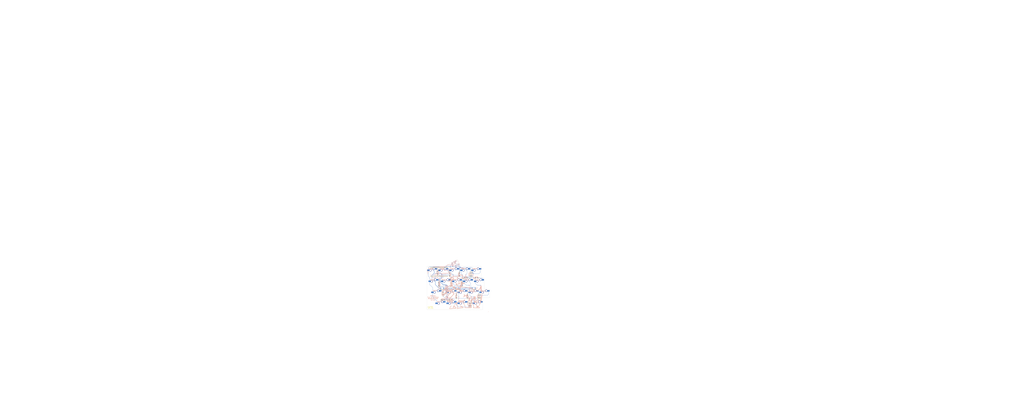
<source format=kicad_pcb>
(kicad_pcb (version 20171130) (host pcbnew "(5.1.6-0-10_14)")
  (layers (0 F.Cu signal) (31 B.Cu signal) (34 B.Paste user) (35 F.Paste user) (36 B.SilkS user) (37 F.SilkS user) (38 B.Mask user) (39 F.Mask user) (44 Edge.Cuts user))
  (net 0 "")
  (net 1 "Net-(D1-Pad2)")
  (net 2 "Net-(D2-Pad2)")
  (net 3 "Net-(D3-Pad2)")
  (net 4 "Net-(D4-Pad2)")
  (net 5 "Net-(D5-Pad2)")
  (net 6 "Net-(D11-Pad2)")
  (net 7 "Net-(D12-Pad2)")
  (net 8 "Net-(D13-Pad2)")
  (net 9 "Net-(D14-Pad2)")
  (net 10 "Net-(D20-Pad2)")
  (net 11 "Net-(D21-Pad2)")
  (net 12 "Net-(D22-Pad2)")
  (net 13 "Net-(D23-Pad2)")
  (net 14 "Net-(D27-Pad2)")
  (net 15 "Net-(D28-Pad2)")
  (net 16 "Net-(D29-Pad2)")
  (net 17 "Net-(D102-Pad2)")
  (net 18 "Net-(D301-Pad2)")
  (net 19 "Net-(D302-Pad2)")
  (net 20 row0L)
  (net 21 row1L)
  (net 22 row2L)
  (net 23 row3L)
  (net 24 DataL)
  (net 25 GND)
  (net 26 VCC)
  (net 27 "Net-(J12-PadA)")
  (net 28 "Net-(L1-Pad1)")
  (net 29 LEDL)
  (net 30 "Net-(L2-Pad1)")
  (net 31 "Net-(L3-Pad1)")
  (net 32 col0L)
  (net 33 col1L)
  (net 34 col2L)
  (net 35 col3L)
  (net 36 col4L)
  (net 37 resetL)
  (net 38 "Net-(U1-Pad24)")
  (net 39 "Net-(U1-Pad20)")
  (net 40 "Net-(U1-Pad19)")
  (net 41 "Net-(U1-Pad14)")
  (net 42 "Net-(U1-Pad13)")
  (net 43 "Net-(U1-Pad12)")
  (net 44 "Net-(U1-Pad6)")
  (net 45 "Net-(U1-Pad5)")
  (module logo:dragonbreath_left (layer B.Cu) (at 82.49 38.51 180)
    (fp_text reference G*** hide)
    (fp_text value LOGO hide)
  )
  (module kbd:CherryMX-Hotswap-v2 (layer F.Cu) (at 100.0125 38.1)
    (fp_text reference SW22)
    (fp_text value Switch_SW_Push)
    (pad 2 thru_hole circle (at 2.54 -5.08) (size 4 4) (drill 3) (layers *.Cu) (net 12 "Net-(D22-Pad2)"))
    (pad "" np_thru_hole circle (at 0 0) (size 3.9878 3.9878) (drill 3.9878) (layers *.Cu *.Mask))
    (pad 1 thru_hole circle (at -3.81 -2.54) (size 4 4) (drill 3) (layers *.Cu) (net 35 col3L))
    (pad "" np_thru_hole circle (at -5.08 0 48.0996) (size 1.75 1.75) (drill 1.75) (layers *.Cu *.Mask))
    (pad "" np_thru_hole circle (at 5.08 0 48.0996) (size 1.75 1.75) (drill 1.75) (layers *.Cu *.Mask))
    (pad 1 thru_hole circle (at -8.89 -3.302) (size 0.8 0.8) (drill 0.4) (layers *.Cu) (net 35 col3L))
    (pad 2 thru_hole circle (at 7.62 -5.842) (size 0.8 0.8) (drill 0.4) (layers *.Cu) (net 12 "Net-(D22-Pad2)"))
    (pad 1 thru_hole circle (at -8.89 -1.778) (size 0.8 0.8) (drill 0.4) (layers *.Cu) (net 35 col3L))
    (pad 2 thru_hole circle (at 7.62 -4.318) (size 0.8 0.8) (drill 0.4) (layers *.Cu) (net 12 "Net-(D22-Pad2)"))
    (pad 1 smd rect (at -7.085 -2.54) (size 4.5 2.5) (layers B.Cu) (net 35 col3L))
    (pad 2 smd rect (at 5.842 -5.08) (size 4.5 2.5) (layers B.Cu) (net 12 "Net-(D22-Pad2)"))
  )
  (module kbd:CherryMX-Hotswap-v2 (layer F.Cu) (at 107.1565 57.15)
    (fp_text reference SW302)
    (fp_text value Switch_SW_Push)
    (pad 2 smd rect (at 5.842 -5.08) (size 4.5 2.5) (layers B.Cu) (net 19 "Net-(D302-Pad2)"))
    (pad 1 smd rect (at -7.085 -2.54) (size 4.5 2.5) (layers B.Cu) (net 35 col3L))
    (pad 2 thru_hole circle (at 7.62 -4.318) (size 0.8 0.8) (drill 0.4) (layers *.Cu) (net 19 "Net-(D302-Pad2)"))
    (pad 1 thru_hole circle (at -8.89 -1.778) (size 0.8 0.8) (drill 0.4) (layers *.Cu) (net 35 col3L))
    (pad 2 thru_hole circle (at 7.62 -5.842) (size 0.8 0.8) (drill 0.4) (layers *.Cu) (net 19 "Net-(D302-Pad2)"))
    (pad 1 thru_hole circle (at -8.89 -3.302) (size 0.8 0.8) (drill 0.4) (layers *.Cu) (net 35 col3L))
    (pad "" np_thru_hole circle (at 5.08 0 48.0996) (size 1.75 1.75) (drill 1.75) (layers *.Cu *.Mask))
    (pad "" np_thru_hole circle (at -5.08 0 48.0996) (size 1.75 1.75) (drill 1.75) (layers *.Cu *.Mask))
    (pad 1 thru_hole circle (at -3.81 -2.54) (size 4 4) (drill 3) (layers *.Cu) (net 35 col3L))
    (pad "" np_thru_hole circle (at 0 0) (size 3.9878 3.9878) (drill 3.9878) (layers *.Cu *.Mask))
    (pad 2 thru_hole circle (at 2.54 -5.08) (size 4 4) (drill 3) (layers *.Cu) (net 19 "Net-(D302-Pad2)"))
  )
  (module kbd:D3_TH_SMD (layer F.Cu) (at 36.88 1.58 90)
    (fp_text reference D1 hide)
    (fp_text value D hide)
    (pad 2 smd rect (at 1.775 0 90) (size 1.3 0.95) (layers F.Cu F.Paste F.Mask) (net 1 "Net-(D1-Pad2)"))
    (pad 2 thru_hole circle (at 3.81 0 90) (size 1.397 1.397) (drill 0.8128) (layers *.Cu *.Mask F.SilkS) (net 1 "Net-(D1-Pad2)"))
    (pad 1 thru_hole rect (at -3.81 0 90) (size 1.397 1.397) (drill 0.8128) (layers *.Cu *.Mask F.SilkS) (net 20 row0L))
    (pad 1 smd rect (at -1.775 0 90) (size 1.3 0.95) (layers B.Cu B.Paste B.Mask) (net 20 row0L))
    (pad 2 smd rect (at 1.775 0 90) (size 1.3 0.95) (layers B.Cu B.Paste B.Mask) (net 1 "Net-(D1-Pad2)"))
    (pad 1 smd rect (at -1.775 0 90) (size 1.3 0.95) (layers F.Cu F.Paste F.Mask) (net 20 row0L))
  )
  (module kbd:D3_TH_SMD (layer F.Cu) (at 58.2 4.51 90)
    (fp_text reference D2 hide)
    (fp_text value D hide)
    (pad 2 smd rect (at 1.775 0 90) (size 1.3 0.95) (layers F.Cu F.Paste F.Mask) (net 2 "Net-(D2-Pad2)"))
    (pad 2 thru_hole circle (at 3.81 0 90) (size 1.397 1.397) (drill 0.8128) (layers *.Cu *.Mask F.SilkS) (net 2 "Net-(D2-Pad2)"))
    (pad 1 thru_hole rect (at -3.81 0 90) (size 1.397 1.397) (drill 0.8128) (layers *.Cu *.Mask F.SilkS) (net 20 row0L))
    (pad 1 smd rect (at -1.775 0 90) (size 1.3 0.95) (layers B.Cu B.Paste B.Mask) (net 20 row0L))
    (pad 2 smd rect (at 1.775 0 90) (size 1.3 0.95) (layers B.Cu B.Paste B.Mask) (net 2 "Net-(D2-Pad2)"))
    (pad 1 smd rect (at -1.775 0 90) (size 1.3 0.95) (layers F.Cu F.Paste F.Mask) (net 20 row0L))
  )
  (module kbd:D3_TH_SMD (layer F.Cu) (at 75.04 4.37 90)
    (fp_text reference D3 hide)
    (fp_text value D hide)
    (pad 2 smd rect (at 1.775 0 90) (size 1.3 0.95) (layers F.Cu F.Paste F.Mask) (net 3 "Net-(D3-Pad2)"))
    (pad 2 thru_hole circle (at 3.81 0 90) (size 1.397 1.397) (drill 0.8128) (layers *.Cu *.Mask F.SilkS) (net 3 "Net-(D3-Pad2)"))
    (pad 1 thru_hole rect (at -3.81 0 90) (size 1.397 1.397) (drill 0.8128) (layers *.Cu *.Mask F.SilkS) (net 20 row0L))
    (pad 1 smd rect (at -1.775 0 90) (size 1.3 0.95) (layers B.Cu B.Paste B.Mask) (net 20 row0L))
    (pad 2 smd rect (at 1.775 0 90) (size 1.3 0.95) (layers B.Cu B.Paste B.Mask) (net 3 "Net-(D3-Pad2)"))
    (pad 1 smd rect (at -1.775 0 90) (size 1.3 0.95) (layers F.Cu F.Paste F.Mask) (net 20 row0L))
  )
  (module kbd:D3_TH_SMD (layer F.Cu) (at 93.9 4.4 90)
    (fp_text reference D4 hide)
    (fp_text value D hide)
    (pad 2 smd rect (at 1.775 0 90) (size 1.3 0.95) (layers F.Cu F.Paste F.Mask) (net 4 "Net-(D4-Pad2)"))
    (pad 2 thru_hole circle (at 3.81 0 90) (size 1.397 1.397) (drill 0.8128) (layers *.Cu *.Mask F.SilkS) (net 4 "Net-(D4-Pad2)"))
    (pad 1 thru_hole rect (at -3.81 0 90) (size 1.397 1.397) (drill 0.8128) (layers *.Cu *.Mask F.SilkS) (net 20 row0L))
    (pad 1 smd rect (at -1.775 0 90) (size 1.3 0.95) (layers B.Cu B.Paste B.Mask) (net 20 row0L))
    (pad 2 smd rect (at 1.775 0 90) (size 1.3 0.95) (layers B.Cu B.Paste B.Mask) (net 4 "Net-(D4-Pad2)"))
    (pad 1 smd rect (at -1.775 0 90) (size 1.3 0.95) (layers F.Cu F.Paste F.Mask) (net 20 row0L))
  )
  (module kbd:D3_TH_SMD (layer F.Cu) (at 96.48 4.31 90)
    (fp_text reference D5 hide)
    (fp_text value D hide)
    (pad 2 smd rect (at 1.775 0 90) (size 1.3 0.95) (layers F.Cu F.Paste F.Mask) (net 5 "Net-(D5-Pad2)"))
    (pad 2 thru_hole circle (at 3.81 0 90) (size 1.397 1.397) (drill 0.8128) (layers *.Cu *.Mask F.SilkS) (net 5 "Net-(D5-Pad2)"))
    (pad 1 thru_hole rect (at -3.81 0 90) (size 1.397 1.397) (drill 0.8128) (layers *.Cu *.Mask F.SilkS) (net 20 row0L))
    (pad 1 smd rect (at -1.775 0 90) (size 1.3 0.95) (layers B.Cu B.Paste B.Mask) (net 20 row0L))
    (pad 2 smd rect (at 1.775 0 90) (size 1.3 0.95) (layers B.Cu B.Paste B.Mask) (net 5 "Net-(D5-Pad2)"))
    (pad 1 smd rect (at -1.775 0 90) (size 1.3 0.95) (layers F.Cu F.Paste F.Mask) (net 20 row0L))
  )
  (module kbd:D3_TH_SMD (layer F.Cu) (at 60.69 21.47 90)
    (fp_text reference D11 hide)
    (fp_text value D hide)
    (pad 2 smd rect (at 1.775 0 90) (size 1.3 0.95) (layers F.Cu F.Paste F.Mask) (net 6 "Net-(D11-Pad2)"))
    (pad 2 thru_hole circle (at 3.81 0 90) (size 1.397 1.397) (drill 0.8128) (layers *.Cu *.Mask F.SilkS) (net 6 "Net-(D11-Pad2)"))
    (pad 1 thru_hole rect (at -3.81 0 90) (size 1.397 1.397) (drill 0.8128) (layers *.Cu *.Mask F.SilkS) (net 21 row1L))
    (pad 1 smd rect (at -1.775 0 90) (size 1.3 0.95) (layers B.Cu B.Paste B.Mask) (net 21 row1L))
    (pad 2 smd rect (at 1.775 0 90) (size 1.3 0.95) (layers B.Cu B.Paste B.Mask) (net 6 "Net-(D11-Pad2)"))
    (pad 1 smd rect (at -1.775 0 90) (size 1.3 0.95) (layers F.Cu F.Paste F.Mask) (net 21 row1L))
  )
  (module kbd:D3_TH_SMD (layer F.Cu) (at 79.7 21.42 90)
    (fp_text reference D12 hide)
    (fp_text value D hide)
    (pad 2 smd rect (at 1.775 0 90) (size 1.3 0.95) (layers F.Cu F.Paste F.Mask) (net 7 "Net-(D12-Pad2)"))
    (pad 2 thru_hole circle (at 3.81 0 90) (size 1.397 1.397) (drill 0.8128) (layers *.Cu *.Mask F.SilkS) (net 7 "Net-(D12-Pad2)"))
    (pad 1 thru_hole rect (at -3.81 0 90) (size 1.397 1.397) (drill 0.8128) (layers *.Cu *.Mask F.SilkS) (net 21 row1L))
    (pad 1 smd rect (at -1.775 0 90) (size 1.3 0.95) (layers B.Cu B.Paste B.Mask) (net 21 row1L))
    (pad 2 smd rect (at 1.775 0 90) (size 1.3 0.95) (layers B.Cu B.Paste B.Mask) (net 7 "Net-(D12-Pad2)"))
    (pad 1 smd rect (at -1.775 0 90) (size 1.3 0.95) (layers F.Cu F.Paste F.Mask) (net 21 row1L))
  )
  (module kbd:D3_TH_SMD (layer F.Cu) (at 86.15 10.62)
    (fp_text reference D13 hide)
    (fp_text value D hide)
    (pad 2 smd rect (at 1.775 0) (size 1.3 0.95) (layers F.Cu F.Paste F.Mask) (net 8 "Net-(D13-Pad2)"))
    (pad 2 thru_hole circle (at 3.81 0) (size 1.397 1.397) (drill 0.8128) (layers *.Cu *.Mask F.SilkS) (net 8 "Net-(D13-Pad2)"))
    (pad 1 thru_hole rect (at -3.81 0) (size 1.397 1.397) (drill 0.8128) (layers *.Cu *.Mask F.SilkS) (net 21 row1L))
    (pad 1 smd rect (at -1.775 0) (size 1.3 0.95) (layers B.Cu B.Paste B.Mask) (net 21 row1L))
    (pad 2 smd rect (at 1.775 0) (size 1.3 0.95) (layers B.Cu B.Paste B.Mask) (net 8 "Net-(D13-Pad2)"))
    (pad 1 smd rect (at -1.775 0) (size 1.3 0.95) (layers F.Cu F.Paste F.Mask) (net 21 row1L))
  )
  (module kbd:D3_TH_SMD (layer F.Cu) (at 104.74 10.62)
    (fp_text reference D14 hide)
    (fp_text value D hide)
    (pad 1 smd rect (at -1.775 0) (size 1.3 0.95) (layers F.Cu F.Paste F.Mask) (net 21 row1L))
    (pad 2 smd rect (at 1.775 0) (size 1.3 0.95) (layers B.Cu B.Paste B.Mask) (net 9 "Net-(D14-Pad2)"))
    (pad 1 smd rect (at -1.775 0) (size 1.3 0.95) (layers B.Cu B.Paste B.Mask) (net 21 row1L))
    (pad 1 thru_hole rect (at -3.81 0) (size 1.397 1.397) (drill 0.8128) (layers *.Cu *.Mask F.SilkS) (net 21 row1L))
    (pad 2 thru_hole circle (at 3.81 0) (size 1.397 1.397) (drill 0.8128) (layers *.Cu *.Mask F.SilkS) (net 9 "Net-(D14-Pad2)"))
    (pad 2 smd rect (at 1.775 0) (size 1.3 0.95) (layers F.Cu F.Paste F.Mask) (net 9 "Net-(D14-Pad2)"))
  )
  (module kbd:D3_TH_SMD (layer F.Cu) (at 70.16 42.38 90)
    (fp_text reference D20 hide)
    (fp_text value D hide)
    (pad 2 smd rect (at 1.775 0 90) (size 1.3 0.95) (layers F.Cu F.Paste F.Mask) (net 10 "Net-(D20-Pad2)"))
    (pad 2 thru_hole circle (at 3.81 0 90) (size 1.397 1.397) (drill 0.8128) (layers *.Cu *.Mask F.SilkS) (net 10 "Net-(D20-Pad2)"))
    (pad 1 thru_hole rect (at -3.81 0 90) (size 1.397 1.397) (drill 0.8128) (layers *.Cu *.Mask F.SilkS) (net 22 row2L))
    (pad 1 smd rect (at -1.775 0 90) (size 1.3 0.95) (layers B.Cu B.Paste B.Mask) (net 22 row2L))
    (pad 2 smd rect (at 1.775 0 90) (size 1.3 0.95) (layers B.Cu B.Paste B.Mask) (net 10 "Net-(D20-Pad2)"))
    (pad 1 smd rect (at -1.775 0 90) (size 1.3 0.95) (layers F.Cu F.Paste F.Mask) (net 22 row2L))
  )
  (module kbd:D3_TH_SMD (layer F.Cu) (at 89.23 42.42 90)
    (fp_text reference D21 hide)
    (fp_text value D hide)
    (pad 2 smd rect (at 1.775 0 90) (size 1.3 0.95) (layers F.Cu F.Paste F.Mask) (net 11 "Net-(D21-Pad2)"))
    (pad 2 thru_hole circle (at 3.81 0 90) (size 1.397 1.397) (drill 0.8128) (layers *.Cu *.Mask F.SilkS) (net 11 "Net-(D21-Pad2)"))
    (pad 1 thru_hole rect (at -3.81 0 90) (size 1.397 1.397) (drill 0.8128) (layers *.Cu *.Mask F.SilkS) (net 22 row2L))
    (pad 1 smd rect (at -1.775 0 90) (size 1.3 0.95) (layers B.Cu B.Paste B.Mask) (net 22 row2L))
    (pad 2 smd rect (at 1.775 0 90) (size 1.3 0.95) (layers B.Cu B.Paste B.Mask) (net 11 "Net-(D21-Pad2)"))
    (pad 1 smd rect (at -1.775 0 90) (size 1.3 0.95) (layers F.Cu F.Paste F.Mask) (net 22 row2L))
  )
  (module kbd:D3_TH_SMD (layer F.Cu) (at 108.22 42.57 90)
    (fp_text reference D22 hide)
    (fp_text value D hide)
    (pad 2 smd rect (at 1.775 0 90) (size 1.3 0.95) (layers F.Cu F.Paste F.Mask) (net 12 "Net-(D22-Pad2)"))
    (pad 2 thru_hole circle (at 3.81 0 90) (size 1.397 1.397) (drill 0.8128) (layers *.Cu *.Mask F.SilkS) (net 12 "Net-(D22-Pad2)"))
    (pad 1 thru_hole rect (at -3.81 0 90) (size 1.397 1.397) (drill 0.8128) (layers *.Cu *.Mask F.SilkS) (net 22 row2L))
    (pad 1 smd rect (at -1.775 0 90) (size 1.3 0.95) (layers B.Cu B.Paste B.Mask) (net 22 row2L))
    (pad 2 smd rect (at 1.775 0 90) (size 1.3 0.95) (layers B.Cu B.Paste B.Mask) (net 12 "Net-(D22-Pad2)"))
    (pad 1 smd rect (at -1.775 0 90) (size 1.3 0.95) (layers F.Cu F.Paste F.Mask) (net 22 row2L))
  )
  (module kbd:D3_TH_SMD (layer F.Cu) (at 110.75 42.6 90)
    (fp_text reference D23 hide)
    (fp_text value D hide)
    (pad 1 smd rect (at -1.775 0 90) (size 1.3 0.95) (layers F.Cu F.Paste F.Mask) (net 22 row2L))
    (pad 2 smd rect (at 1.775 0 90) (size 1.3 0.95) (layers B.Cu B.Paste B.Mask) (net 13 "Net-(D23-Pad2)"))
    (pad 1 smd rect (at -1.775 0 90) (size 1.3 0.95) (layers B.Cu B.Paste B.Mask) (net 22 row2L))
    (pad 1 thru_hole rect (at -3.81 0 90) (size 1.397 1.397) (drill 0.8128) (layers *.Cu *.Mask F.SilkS) (net 22 row2L))
    (pad 2 thru_hole circle (at 3.81 0 90) (size 1.397 1.397) (drill 0.8128) (layers *.Cu *.Mask F.SilkS) (net 13 "Net-(D23-Pad2)"))
    (pad 2 smd rect (at 1.775 0 90) (size 1.3 0.95) (layers F.Cu F.Paste F.Mask) (net 13 "Net-(D23-Pad2)"))
  )
  (module kbd:D3_TH_SMD (layer F.Cu) (at 46.78 48.66)
    (fp_text reference D27 hide)
    (fp_text value D hide)
    (pad 2 smd rect (at 1.775 0) (size 1.3 0.95) (layers F.Cu F.Paste F.Mask) (net 14 "Net-(D27-Pad2)"))
    (pad 2 thru_hole circle (at 3.81 0) (size 1.397 1.397) (drill 0.8128) (layers *.Cu *.Mask F.SilkS) (net 14 "Net-(D27-Pad2)"))
    (pad 1 thru_hole rect (at -3.81 0) (size 1.397 1.397) (drill 0.8128) (layers *.Cu *.Mask F.SilkS) (net 23 row3L))
    (pad 1 smd rect (at -1.775 0) (size 1.3 0.95) (layers B.Cu B.Paste B.Mask) (net 23 row3L))
    (pad 2 smd rect (at 1.775 0) (size 1.3 0.95) (layers B.Cu B.Paste B.Mask) (net 14 "Net-(D27-Pad2)"))
    (pad 1 smd rect (at -1.775 0) (size 1.3 0.95) (layers F.Cu F.Paste F.Mask) (net 23 row3L))
  )
  (module kbd:D3_TH_SMD (layer F.Cu) (at 59.53 48.73)
    (fp_text reference D28 hide)
    (fp_text value D hide)
    (pad 2 smd rect (at 1.775 0) (size 1.3 0.95) (layers F.Cu F.Paste F.Mask) (net 15 "Net-(D28-Pad2)"))
    (pad 2 thru_hole circle (at 3.81 0) (size 1.397 1.397) (drill 0.8128) (layers *.Cu *.Mask F.SilkS) (net 15 "Net-(D28-Pad2)"))
    (pad 1 thru_hole rect (at -3.81 0) (size 1.397 1.397) (drill 0.8128) (layers *.Cu *.Mask F.SilkS) (net 23 row3L))
    (pad 1 smd rect (at -1.775 0) (size 1.3 0.95) (layers B.Cu B.Paste B.Mask) (net 23 row3L))
    (pad 2 smd rect (at 1.775 0) (size 1.3 0.95) (layers B.Cu B.Paste B.Mask) (net 15 "Net-(D28-Pad2)"))
    (pad 1 smd rect (at -1.775 0) (size 1.3 0.95) (layers F.Cu F.Paste F.Mask) (net 23 row3L))
  )
  (module kbd:D3_TH_SMD (layer F.Cu) (at 92.09 56.68 90)
    (fp_text reference D29 hide)
    (fp_text value D hide)
    (pad 2 smd rect (at 1.775 0 90) (size 1.3 0.95) (layers F.Cu F.Paste F.Mask) (net 16 "Net-(D29-Pad2)"))
    (pad 2 thru_hole circle (at 3.81 0 90) (size 1.397 1.397) (drill 0.8128) (layers *.Cu *.Mask F.SilkS) (net 16 "Net-(D29-Pad2)"))
    (pad 1 thru_hole rect (at -3.81 0 90) (size 1.397 1.397) (drill 0.8128) (layers *.Cu *.Mask F.SilkS) (net 23 row3L))
    (pad 1 smd rect (at -1.775 0 90) (size 1.3 0.95) (layers B.Cu B.Paste B.Mask) (net 23 row3L))
    (pad 2 smd rect (at 1.775 0 90) (size 1.3 0.95) (layers B.Cu B.Paste B.Mask) (net 16 "Net-(D29-Pad2)"))
    (pad 1 smd rect (at -1.775 0 90) (size 1.3 0.95) (layers F.Cu F.Paste F.Mask) (net 23 row3L))
  )
  (module kbd:D3_TH_SMD (layer F.Cu) (at 39.22 21.39 90)
    (fp_text reference D102 hide)
    (fp_text value D hide)
    (pad 2 smd rect (at 1.775 0 90) (size 1.3 0.95) (layers F.Cu F.Paste F.Mask) (net 17 "Net-(D102-Pad2)"))
    (pad 2 thru_hole circle (at 3.81 0 90) (size 1.397 1.397) (drill 0.8128) (layers *.Cu *.Mask F.SilkS) (net 17 "Net-(D102-Pad2)"))
    (pad 1 thru_hole rect (at -3.81 0 90) (size 1.397 1.397) (drill 0.8128) (layers *.Cu *.Mask F.SilkS) (net 21 row1L))
    (pad 1 smd rect (at -1.775 0 90) (size 1.3 0.95) (layers B.Cu B.Paste B.Mask) (net 21 row1L))
    (pad 2 smd rect (at 1.775 0 90) (size 1.3 0.95) (layers B.Cu B.Paste B.Mask) (net 17 "Net-(D102-Pad2)"))
    (pad 1 smd rect (at -1.775 0 90) (size 1.3 0.95) (layers F.Cu F.Paste F.Mask) (net 21 row1L))
  )
  (module kbd:D3_TH_SMD (layer F.Cu) (at 46.79 37.54 90)
    (fp_text reference D301 hide)
    (fp_text value D hide)
    (pad 2 smd rect (at 1.775 0 90) (size 1.3 0.95) (layers F.Cu F.Paste F.Mask) (net 18 "Net-(D301-Pad2)"))
    (pad 2 thru_hole circle (at 3.81 0 90) (size 1.397 1.397) (drill 0.8128) (layers *.Cu *.Mask F.SilkS) (net 18 "Net-(D301-Pad2)"))
    (pad 1 thru_hole rect (at -3.81 0 90) (size 1.397 1.397) (drill 0.8128) (layers *.Cu *.Mask F.SilkS) (net 22 row2L))
    (pad 1 smd rect (at -1.775 0 90) (size 1.3 0.95) (layers B.Cu B.Paste B.Mask) (net 22 row2L))
    (pad 2 smd rect (at 1.775 0 90) (size 1.3 0.95) (layers B.Cu B.Paste B.Mask) (net 18 "Net-(D301-Pad2)"))
    (pad 1 smd rect (at -1.775 0 90) (size 1.3 0.95) (layers F.Cu F.Paste F.Mask) (net 22 row2L))
  )
  (module kbd:D3_TH_SMD (layer F.Cu) (at 95.1 56.68 90)
    (fp_text reference D302 hide)
    (fp_text value D hide)
    (pad 2 smd rect (at 1.775 0 90) (size 1.3 0.95) (layers F.Cu F.Paste F.Mask) (net 19 "Net-(D302-Pad2)"))
    (pad 2 thru_hole circle (at 3.81 0 90) (size 1.397 1.397) (drill 0.8128) (layers *.Cu *.Mask F.SilkS) (net 19 "Net-(D302-Pad2)"))
    (pad 1 thru_hole rect (at -3.81 0 90) (size 1.397 1.397) (drill 0.8128) (layers *.Cu *.Mask F.SilkS) (net 23 row3L))
    (pad 1 smd rect (at -1.775 0 90) (size 1.3 0.95) (layers B.Cu B.Paste B.Mask) (net 23 row3L))
    (pad 2 smd rect (at 1.775 0 90) (size 1.3 0.95) (layers B.Cu B.Paste B.Mask) (net 19 "Net-(D302-Pad2)"))
    (pad 1 smd rect (at -1.775 0 90) (size 1.3 0.95) (layers F.Cu F.Paste F.Mask) (net 23 row3L))
  )
  (module kbd:CherryMX-Hotswap-v2 (layer F.Cu) (at 28.575 0)
    (fp_text reference SW1)
    (fp_text value Switch_SW_Push)
    (pad 2 smd rect (at 5.842 -5.08) (size 4.5 2.5) (layers B.Cu) (net 1 "Net-(D1-Pad2)"))
    (pad 1 smd rect (at -7.085 -2.54) (size 4.5 2.5) (layers B.Cu) (net 32 col0L))
    (pad 2 thru_hole circle (at 7.62 -4.318) (size 0.8 0.8) (drill 0.4) (layers *.Cu) (net 1 "Net-(D1-Pad2)"))
    (pad 1 thru_hole circle (at -8.89 -1.778) (size 0.8 0.8) (drill 0.4) (layers *.Cu) (net 32 col0L))
    (pad 2 thru_hole circle (at 7.62 -5.842) (size 0.8 0.8) (drill 0.4) (layers *.Cu) (net 1 "Net-(D1-Pad2)"))
    (pad 1 thru_hole circle (at -8.89 -3.302) (size 0.8 0.8) (drill 0.4) (layers *.Cu) (net 32 col0L))
    (pad "" np_thru_hole circle (at 5.08 0 48.0996) (size 1.75 1.75) (drill 1.75) (layers *.Cu *.Mask))
    (pad "" np_thru_hole circle (at -5.08 0 48.0996) (size 1.75 1.75) (drill 1.75) (layers *.Cu *.Mask))
    (pad 1 thru_hole circle (at -3.81 -2.54) (size 4 4) (drill 3) (layers *.Cu) (net 32 col0L))
    (pad "" np_thru_hole circle (at 0 0) (size 3.9878 3.9878) (drill 3.9878) (layers *.Cu *.Mask))
    (pad 2 thru_hole circle (at 2.54 -5.08) (size 4 4) (drill 3) (layers *.Cu) (net 1 "Net-(D1-Pad2)"))
  )
  (module kbd:CherryMX-Hotswap-v2 (layer F.Cu) (at 47.625 0)
    (fp_text reference SW2)
    (fp_text value Switch_SW_Push)
    (pad 2 thru_hole circle (at 2.54 -5.08) (size 4 4) (drill 3) (layers *.Cu) (net 2 "Net-(D2-Pad2)"))
    (pad "" np_thru_hole circle (at 0 0) (size 3.9878 3.9878) (drill 3.9878) (layers *.Cu *.Mask))
    (pad 1 thru_hole circle (at -3.81 -2.54) (size 4 4) (drill 3) (layers *.Cu) (net 33 col1L))
    (pad "" np_thru_hole circle (at -5.08 0 48.0996) (size 1.75 1.75) (drill 1.75) (layers *.Cu *.Mask))
    (pad "" np_thru_hole circle (at 5.08 0 48.0996) (size 1.75 1.75) (drill 1.75) (layers *.Cu *.Mask))
    (pad 1 thru_hole circle (at -8.89 -3.302) (size 0.8 0.8) (drill 0.4) (layers *.Cu) (net 33 col1L))
    (pad 2 thru_hole circle (at 7.62 -5.842) (size 0.8 0.8) (drill 0.4) (layers *.Cu) (net 2 "Net-(D2-Pad2)"))
    (pad 1 thru_hole circle (at -8.89 -1.778) (size 0.8 0.8) (drill 0.4) (layers *.Cu) (net 33 col1L))
    (pad 2 thru_hole circle (at 7.62 -4.318) (size 0.8 0.8) (drill 0.4) (layers *.Cu) (net 2 "Net-(D2-Pad2)"))
    (pad 1 smd rect (at -7.085 -2.54) (size 4.5 2.5) (layers B.Cu) (net 33 col1L))
    (pad 2 smd rect (at 5.842 -5.08) (size 4.5 2.5) (layers B.Cu) (net 2 "Net-(D2-Pad2)"))
  )
  (module kbd:CherryMX-Hotswap-v2 (layer F.Cu) (at 66.675 0)
    (fp_text reference SW3)
    (fp_text value Switch_SW_Push)
    (pad 2 thru_hole circle (at 2.54 -5.08) (size 4 4) (drill 3) (layers *.Cu) (net 3 "Net-(D3-Pad2)"))
    (pad "" np_thru_hole circle (at 0 0) (size 3.9878 3.9878) (drill 3.9878) (layers *.Cu *.Mask))
    (pad 1 thru_hole circle (at -3.81 -2.54) (size 4 4) (drill 3) (layers *.Cu) (net 34 col2L))
    (pad "" np_thru_hole circle (at -5.08 0 48.0996) (size 1.75 1.75) (drill 1.75) (layers *.Cu *.Mask))
    (pad "" np_thru_hole circle (at 5.08 0 48.0996) (size 1.75 1.75) (drill 1.75) (layers *.Cu *.Mask))
    (pad 1 thru_hole circle (at -8.89 -3.302) (size 0.8 0.8) (drill 0.4) (layers *.Cu) (net 34 col2L))
    (pad 2 thru_hole circle (at 7.62 -5.842) (size 0.8 0.8) (drill 0.4) (layers *.Cu) (net 3 "Net-(D3-Pad2)"))
    (pad 1 thru_hole circle (at -8.89 -1.778) (size 0.8 0.8) (drill 0.4) (layers *.Cu) (net 34 col2L))
    (pad 2 thru_hole circle (at 7.62 -4.318) (size 0.8 0.8) (drill 0.4) (layers *.Cu) (net 3 "Net-(D3-Pad2)"))
    (pad 1 smd rect (at -7.085 -2.54) (size 4.5 2.5) (layers B.Cu) (net 34 col2L))
    (pad 2 smd rect (at 5.842 -5.08) (size 4.5 2.5) (layers B.Cu) (net 3 "Net-(D3-Pad2)"))
  )
  (module kbd:CherryMX-Hotswap-v2 (layer F.Cu) (at 85.725 0)
    (fp_text reference SW4)
    (fp_text value Switch_SW_Push)
    (pad 2 thru_hole circle (at 2.54 -5.08) (size 4 4) (drill 3) (layers *.Cu) (net 4 "Net-(D4-Pad2)"))
    (pad "" np_thru_hole circle (at 0 0) (size 3.9878 3.9878) (drill 3.9878) (layers *.Cu *.Mask))
    (pad 1 thru_hole circle (at -3.81 -2.54) (size 4 4) (drill 3) (layers *.Cu) (net 35 col3L))
    (pad "" np_thru_hole circle (at -5.08 0 48.0996) (size 1.75 1.75) (drill 1.75) (layers *.Cu *.Mask))
    (pad "" np_thru_hole circle (at 5.08 0 48.0996) (size 1.75 1.75) (drill 1.75) (layers *.Cu *.Mask))
    (pad 1 thru_hole circle (at -8.89 -3.302) (size 0.8 0.8) (drill 0.4) (layers *.Cu) (net 35 col3L))
    (pad 2 thru_hole circle (at 7.62 -5.842) (size 0.8 0.8) (drill 0.4) (layers *.Cu) (net 4 "Net-(D4-Pad2)"))
    (pad 1 thru_hole circle (at -8.89 -1.778) (size 0.8 0.8) (drill 0.4) (layers *.Cu) (net 35 col3L))
    (pad 2 thru_hole circle (at 7.62 -4.318) (size 0.8 0.8) (drill 0.4) (layers *.Cu) (net 4 "Net-(D4-Pad2)"))
    (pad 1 smd rect (at -7.085 -2.54) (size 4.5 2.5) (layers B.Cu) (net 35 col3L))
    (pad 2 smd rect (at 5.842 -5.08) (size 4.5 2.5) (layers B.Cu) (net 4 "Net-(D4-Pad2)"))
  )
  (module kbd:CherryMX-Hotswap-v2 (layer F.Cu) (at 104.775 0)
    (fp_text reference SW5)
    (fp_text value Switch_SW_Push)
    (pad 2 thru_hole circle (at 2.54 -5.08) (size 4 4) (drill 3) (layers *.Cu) (net 5 "Net-(D5-Pad2)"))
    (pad "" np_thru_hole circle (at 0 0) (size 3.9878 3.9878) (drill 3.9878) (layers *.Cu *.Mask))
    (pad 1 thru_hole circle (at -3.81 -2.54) (size 4 4) (drill 3) (layers *.Cu) (net 36 col4L))
    (pad "" np_thru_hole circle (at -5.08 0 48.0996) (size 1.75 1.75) (drill 1.75) (layers *.Cu *.Mask))
    (pad "" np_thru_hole circle (at 5.08 0 48.0996) (size 1.75 1.75) (drill 1.75) (layers *.Cu *.Mask))
    (pad 1 thru_hole circle (at -8.89 -3.302) (size 0.8 0.8) (drill 0.4) (layers *.Cu) (net 36 col4L))
    (pad 2 thru_hole circle (at 7.62 -5.842) (size 0.8 0.8) (drill 0.4) (layers *.Cu) (net 5 "Net-(D5-Pad2)"))
    (pad 1 thru_hole circle (at -8.89 -1.778) (size 0.8 0.8) (drill 0.4) (layers *.Cu) (net 36 col4L))
    (pad 2 thru_hole circle (at 7.62 -4.318) (size 0.8 0.8) (drill 0.4) (layers *.Cu) (net 5 "Net-(D5-Pad2)"))
    (pad 1 smd rect (at -7.085 -2.54) (size 4.5 2.5) (layers B.Cu) (net 36 col4L))
    (pad 2 smd rect (at 5.842 -5.08) (size 4.5 2.5) (layers B.Cu) (net 5 "Net-(D5-Pad2)"))
  )
  (module kbd:CherryMX-Hotswap-v2 (layer F.Cu) (at 52.3875 19.05)
    (fp_text reference SW11)
    (fp_text value Switch_SW_Push)
    (pad 2 thru_hole circle (at 2.54 -5.08) (size 4 4) (drill 3) (layers *.Cu) (net 6 "Net-(D11-Pad2)"))
    (pad "" np_thru_hole circle (at 0 0) (size 3.9878 3.9878) (drill 3.9878) (layers *.Cu *.Mask))
    (pad 1 thru_hole circle (at -3.81 -2.54) (size 4 4) (drill 3) (layers *.Cu) (net 33 col1L))
    (pad "" np_thru_hole circle (at -5.08 0 48.0996) (size 1.75 1.75) (drill 1.75) (layers *.Cu *.Mask))
    (pad "" np_thru_hole circle (at 5.08 0 48.0996) (size 1.75 1.75) (drill 1.75) (layers *.Cu *.Mask))
    (pad 1 thru_hole circle (at -8.89 -3.302) (size 0.8 0.8) (drill 0.4) (layers *.Cu) (net 33 col1L))
    (pad 2 thru_hole circle (at 7.62 -5.842) (size 0.8 0.8) (drill 0.4) (layers *.Cu) (net 6 "Net-(D11-Pad2)"))
    (pad 1 thru_hole circle (at -8.89 -1.778) (size 0.8 0.8) (drill 0.4) (layers *.Cu) (net 33 col1L))
    (pad 2 thru_hole circle (at 7.62 -4.318) (size 0.8 0.8) (drill 0.4) (layers *.Cu) (net 6 "Net-(D11-Pad2)"))
    (pad 1 smd rect (at -7.085 -2.54) (size 4.5 2.5) (layers B.Cu) (net 33 col1L))
    (pad 2 smd rect (at 5.842 -5.08) (size 4.5 2.5) (layers B.Cu) (net 6 "Net-(D11-Pad2)"))
  )
  (module kbd:CherryMX-Hotswap-v2 (layer F.Cu) (at 71.4375 19.05)
    (fp_text reference SW12)
    (fp_text value Switch_SW_Push)
    (pad 2 thru_hole circle (at 2.54 -5.08) (size 4 4) (drill 3) (layers *.Cu) (net 7 "Net-(D12-Pad2)"))
    (pad "" np_thru_hole circle (at 0 0) (size 3.9878 3.9878) (drill 3.9878) (layers *.Cu *.Mask))
    (pad 1 thru_hole circle (at -3.81 -2.54) (size 4 4) (drill 3) (layers *.Cu) (net 34 col2L))
    (pad "" np_thru_hole circle (at -5.08 0 48.0996) (size 1.75 1.75) (drill 1.75) (layers *.Cu *.Mask))
    (pad "" np_thru_hole circle (at 5.08 0 48.0996) (size 1.75 1.75) (drill 1.75) (layers *.Cu *.Mask))
    (pad 1 thru_hole circle (at -8.89 -3.302) (size 0.8 0.8) (drill 0.4) (layers *.Cu) (net 34 col2L))
    (pad 2 thru_hole circle (at 7.62 -5.842) (size 0.8 0.8) (drill 0.4) (layers *.Cu) (net 7 "Net-(D12-Pad2)"))
    (pad 1 thru_hole circle (at -8.89 -1.778) (size 0.8 0.8) (drill 0.4) (layers *.Cu) (net 34 col2L))
    (pad 2 thru_hole circle (at 7.62 -4.318) (size 0.8 0.8) (drill 0.4) (layers *.Cu) (net 7 "Net-(D12-Pad2)"))
    (pad 1 smd rect (at -7.085 -2.54) (size 4.5 2.5) (layers B.Cu) (net 34 col2L))
    (pad 2 smd rect (at 5.842 -5.08) (size 4.5 2.5) (layers B.Cu) (net 7 "Net-(D12-Pad2)"))
  )
  (module kbd:CherryMX-Hotswap-v2 (layer F.Cu) (at 90.4875 19.05)
    (fp_text reference SW13)
    (fp_text value Switch_SW_Push)
    (pad 2 thru_hole circle (at 2.54 -5.08) (size 4 4) (drill 3) (layers *.Cu) (net 8 "Net-(D13-Pad2)"))
    (pad "" np_thru_hole circle (at 0 0) (size 3.9878 3.9878) (drill 3.9878) (layers *.Cu *.Mask))
    (pad 1 thru_hole circle (at -3.81 -2.54) (size 4 4) (drill 3) (layers *.Cu) (net 35 col3L))
    (pad "" np_thru_hole circle (at -5.08 0 48.0996) (size 1.75 1.75) (drill 1.75) (layers *.Cu *.Mask))
    (pad "" np_thru_hole circle (at 5.08 0 48.0996) (size 1.75 1.75) (drill 1.75) (layers *.Cu *.Mask))
    (pad 1 thru_hole circle (at -8.89 -3.302) (size 0.8 0.8) (drill 0.4) (layers *.Cu) (net 35 col3L))
    (pad 2 thru_hole circle (at 7.62 -5.842) (size 0.8 0.8) (drill 0.4) (layers *.Cu) (net 8 "Net-(D13-Pad2)"))
    (pad 1 thru_hole circle (at -8.89 -1.778) (size 0.8 0.8) (drill 0.4) (layers *.Cu) (net 35 col3L))
    (pad 2 thru_hole circle (at 7.62 -4.318) (size 0.8 0.8) (drill 0.4) (layers *.Cu) (net 8 "Net-(D13-Pad2)"))
    (pad 1 smd rect (at -7.085 -2.54) (size 4.5 2.5) (layers B.Cu) (net 35 col3L))
    (pad 2 smd rect (at 5.842 -5.08) (size 4.5 2.5) (layers B.Cu) (net 8 "Net-(D13-Pad2)"))
  )
  (module kbd:CherryMX-Hotswap-v2 (layer F.Cu) (at 109.5375 19.05)
    (fp_text reference SW14)
    (fp_text value Switch_SW_Push)
    (pad 2 thru_hole circle (at 2.54 -5.08) (size 4 4) (drill 3) (layers *.Cu) (net 9 "Net-(D14-Pad2)"))
    (pad "" np_thru_hole circle (at 0 0) (size 3.9878 3.9878) (drill 3.9878) (layers *.Cu *.Mask))
    (pad 1 thru_hole circle (at -3.81 -2.54) (size 4 4) (drill 3) (layers *.Cu) (net 36 col4L))
    (pad "" np_thru_hole circle (at -5.08 0 48.0996) (size 1.75 1.75) (drill 1.75) (layers *.Cu *.Mask))
    (pad "" np_thru_hole circle (at 5.08 0 48.0996) (size 1.75 1.75) (drill 1.75) (layers *.Cu *.Mask))
    (pad 1 thru_hole circle (at -8.89 -3.302) (size 0.8 0.8) (drill 0.4) (layers *.Cu) (net 36 col4L))
    (pad 2 thru_hole circle (at 7.62 -5.842) (size 0.8 0.8) (drill 0.4) (layers *.Cu) (net 9 "Net-(D14-Pad2)"))
    (pad 1 thru_hole circle (at -8.89 -1.778) (size 0.8 0.8) (drill 0.4) (layers *.Cu) (net 36 col4L))
    (pad 2 thru_hole circle (at 7.62 -4.318) (size 0.8 0.8) (drill 0.4) (layers *.Cu) (net 9 "Net-(D14-Pad2)"))
    (pad 1 smd rect (at -7.085 -2.54) (size 4.5 2.5) (layers B.Cu) (net 36 col4L))
    (pad 2 smd rect (at 5.842 -5.08) (size 4.5 2.5) (layers B.Cu) (net 9 "Net-(D14-Pad2)"))
  )
  (module kbd:CherryMX-Hotswap-v2 (layer F.Cu) (at 61.9125 38.1)
    (fp_text reference SW20)
    (fp_text value Switch_SW_Push)
    (pad 2 thru_hole circle (at 2.54 -5.08) (size 4 4) (drill 3) (layers *.Cu) (net 10 "Net-(D20-Pad2)"))
    (pad "" np_thru_hole circle (at 0 0) (size 3.9878 3.9878) (drill 3.9878) (layers *.Cu *.Mask))
    (pad 1 thru_hole circle (at -3.81 -2.54) (size 4 4) (drill 3) (layers *.Cu) (net 33 col1L))
    (pad "" np_thru_hole circle (at -5.08 0 48.0996) (size 1.75 1.75) (drill 1.75) (layers *.Cu *.Mask))
    (pad "" np_thru_hole circle (at 5.08 0 48.0996) (size 1.75 1.75) (drill 1.75) (layers *.Cu *.Mask))
    (pad 1 thru_hole circle (at -8.89 -3.302) (size 0.8 0.8) (drill 0.4) (layers *.Cu) (net 33 col1L))
    (pad 2 thru_hole circle (at 7.62 -5.842) (size 0.8 0.8) (drill 0.4) (layers *.Cu) (net 10 "Net-(D20-Pad2)"))
    (pad 1 thru_hole circle (at -8.89 -1.778) (size 0.8 0.8) (drill 0.4) (layers *.Cu) (net 33 col1L))
    (pad 2 thru_hole circle (at 7.62 -4.318) (size 0.8 0.8) (drill 0.4) (layers *.Cu) (net 10 "Net-(D20-Pad2)"))
    (pad 1 smd rect (at -7.085 -2.54) (size 4.5 2.5) (layers B.Cu) (net 33 col1L))
    (pad 2 smd rect (at 5.842 -5.08) (size 4.5 2.5) (layers B.Cu) (net 10 "Net-(D20-Pad2)"))
  )
  (module kbd:CherryMX-Hotswap-v2 (layer F.Cu) (at 80.9625 38.1)
    (fp_text reference SW21)
    (fp_text value Switch_SW_Push)
    (pad 2 thru_hole circle (at 2.54 -5.08) (size 4 4) (drill 3) (layers *.Cu) (net 11 "Net-(D21-Pad2)"))
    (pad "" np_thru_hole circle (at 0 0) (size 3.9878 3.9878) (drill 3.9878) (layers *.Cu *.Mask))
    (pad 1 thru_hole circle (at -3.81 -2.54) (size 4 4) (drill 3) (layers *.Cu) (net 34 col2L))
    (pad "" np_thru_hole circle (at -5.08 0 48.0996) (size 1.75 1.75) (drill 1.75) (layers *.Cu *.Mask))
    (pad "" np_thru_hole circle (at 5.08 0 48.0996) (size 1.75 1.75) (drill 1.75) (layers *.Cu *.Mask))
    (pad 1 thru_hole circle (at -8.89 -3.302) (size 0.8 0.8) (drill 0.4) (layers *.Cu) (net 34 col2L))
    (pad 2 thru_hole circle (at 7.62 -5.842) (size 0.8 0.8) (drill 0.4) (layers *.Cu) (net 11 "Net-(D21-Pad2)"))
    (pad 1 thru_hole circle (at -8.89 -1.778) (size 0.8 0.8) (drill 0.4) (layers *.Cu) (net 34 col2L))
    (pad 2 thru_hole circle (at 7.62 -4.318) (size 0.8 0.8) (drill 0.4) (layers *.Cu) (net 11 "Net-(D21-Pad2)"))
    (pad 1 smd rect (at -7.085 -2.54) (size 4.5 2.5) (layers B.Cu) (net 34 col2L))
    (pad 2 smd rect (at 5.842 -5.08) (size 4.5 2.5) (layers B.Cu) (net 11 "Net-(D21-Pad2)"))
  )
  (module kbd:CherryMX-Hotswap-v2 (layer F.Cu) (at 119.0625 38.1)
    (fp_text reference SW23)
    (fp_text value Switch_SW_Push)
    (pad 2 thru_hole circle (at 2.54 -5.08) (size 4 4) (drill 3) (layers *.Cu) (net 13 "Net-(D23-Pad2)"))
    (pad "" np_thru_hole circle (at 0 0) (size 3.9878 3.9878) (drill 3.9878) (layers *.Cu *.Mask))
    (pad 1 thru_hole circle (at -3.81 -2.54) (size 4 4) (drill 3) (layers *.Cu) (net 36 col4L))
    (pad "" np_thru_hole circle (at -5.08 0 48.0996) (size 1.75 1.75) (drill 1.75) (layers *.Cu *.Mask))
    (pad "" np_thru_hole circle (at 5.08 0 48.0996) (size 1.75 1.75) (drill 1.75) (layers *.Cu *.Mask))
    (pad 1 thru_hole circle (at -8.89 -3.302) (size 0.8 0.8) (drill 0.4) (layers *.Cu) (net 36 col4L))
    (pad 2 thru_hole circle (at 7.62 -5.842) (size 0.8 0.8) (drill 0.4) (layers *.Cu) (net 13 "Net-(D23-Pad2)"))
    (pad 1 thru_hole circle (at -8.89 -1.778) (size 0.8 0.8) (drill 0.4) (layers *.Cu) (net 36 col4L))
    (pad 2 thru_hole circle (at 7.62 -4.318) (size 0.8 0.8) (drill 0.4) (layers *.Cu) (net 13 "Net-(D23-Pad2)"))
    (pad 1 smd rect (at -7.085 -2.54) (size 4.5 2.5) (layers B.Cu) (net 36 col4L))
    (pad 2 smd rect (at 5.842 -5.08) (size 4.5 2.5) (layers B.Cu) (net 13 "Net-(D23-Pad2)"))
  )
  (module kbd:CherryMX-Hotswap-v2 (layer F.Cu) (at 42.8625 57.15)
    (fp_text reference SW27)
    (fp_text value Switch_SW_Push)
    (pad 2 thru_hole circle (at 2.54 -5.08) (size 4 4) (drill 3) (layers *.Cu) (net 14 "Net-(D27-Pad2)"))
    (pad "" np_thru_hole circle (at 0 0) (size 3.9878 3.9878) (drill 3.9878) (layers *.Cu *.Mask))
    (pad 1 thru_hole circle (at -3.81 -2.54) (size 4 4) (drill 3) (layers *.Cu) (net 32 col0L))
    (pad "" np_thru_hole circle (at -5.08 0 48.0996) (size 1.75 1.75) (drill 1.75) (layers *.Cu *.Mask))
    (pad "" np_thru_hole circle (at 5.08 0 48.0996) (size 1.75 1.75) (drill 1.75) (layers *.Cu *.Mask))
    (pad 1 thru_hole circle (at -8.89 -3.302) (size 0.8 0.8) (drill 0.4) (layers *.Cu) (net 32 col0L))
    (pad 2 thru_hole circle (at 7.62 -5.842) (size 0.8 0.8) (drill 0.4) (layers *.Cu) (net 14 "Net-(D27-Pad2)"))
    (pad 1 thru_hole circle (at -8.89 -1.778) (size 0.8 0.8) (drill 0.4) (layers *.Cu) (net 32 col0L))
    (pad 2 thru_hole circle (at 7.62 -4.318) (size 0.8 0.8) (drill 0.4) (layers *.Cu) (net 14 "Net-(D27-Pad2)"))
    (pad 1 smd rect (at -7.085 -2.54) (size 4.5 2.5) (layers B.Cu) (net 32 col0L))
    (pad 2 smd rect (at 5.842 -5.08) (size 4.5 2.5) (layers B.Cu) (net 14 "Net-(D27-Pad2)"))
  )
  (module kbd:CherryMX-Hotswap-v2 (layer F.Cu) (at 61.9125 57.15)
    (fp_text reference SW28)
    (fp_text value Switch_SW_Push)
    (pad 2 thru_hole circle (at 2.54 -5.08) (size 4 4) (drill 3) (layers *.Cu) (net 15 "Net-(D28-Pad2)"))
    (pad "" np_thru_hole circle (at 0 0) (size 3.9878 3.9878) (drill 3.9878) (layers *.Cu *.Mask))
    (pad 1 thru_hole circle (at -3.81 -2.54) (size 4 4) (drill 3) (layers *.Cu) (net 33 col1L))
    (pad "" np_thru_hole circle (at -5.08 0 48.0996) (size 1.75 1.75) (drill 1.75) (layers *.Cu *.Mask))
    (pad "" np_thru_hole circle (at 5.08 0 48.0996) (size 1.75 1.75) (drill 1.75) (layers *.Cu *.Mask))
    (pad 1 thru_hole circle (at -8.89 -3.302) (size 0.8 0.8) (drill 0.4) (layers *.Cu) (net 33 col1L))
    (pad 2 thru_hole circle (at 7.62 -5.842) (size 0.8 0.8) (drill 0.4) (layers *.Cu) (net 15 "Net-(D28-Pad2)"))
    (pad 1 thru_hole circle (at -8.89 -1.778) (size 0.8 0.8) (drill 0.4) (layers *.Cu) (net 33 col1L))
    (pad 2 thru_hole circle (at 7.62 -4.318) (size 0.8 0.8) (drill 0.4) (layers *.Cu) (net 15 "Net-(D28-Pad2)"))
    (pad 1 smd rect (at -7.085 -2.54) (size 4.5 2.5) (layers B.Cu) (net 33 col1L))
    (pad 2 smd rect (at 5.842 -5.08) (size 4.5 2.5) (layers B.Cu) (net 15 "Net-(D28-Pad2)"))
  )
  (module kbd:CherryMX-Hotswap-v2 (layer F.Cu) (at 80.9625 57.15)
    (fp_text reference SW29)
    (fp_text value Switch_SW_Push)
    (pad 2 thru_hole circle (at 2.54 -5.08) (size 4 4) (drill 3) (layers *.Cu) (net 16 "Net-(D29-Pad2)"))
    (pad "" np_thru_hole circle (at 0 0) (size 3.9878 3.9878) (drill 3.9878) (layers *.Cu *.Mask))
    (pad 1 thru_hole circle (at -3.81 -2.54) (size 4 4) (drill 3) (layers *.Cu) (net 34 col2L))
    (pad "" np_thru_hole circle (at -5.08 0 48.0996) (size 1.75 1.75) (drill 1.75) (layers *.Cu *.Mask))
    (pad "" np_thru_hole circle (at 5.08 0 48.0996) (size 1.75 1.75) (drill 1.75) (layers *.Cu *.Mask))
    (pad 1 thru_hole circle (at -8.89 -3.302) (size 0.8 0.8) (drill 0.4) (layers *.Cu) (net 34 col2L))
    (pad 2 thru_hole circle (at 7.62 -5.842) (size 0.8 0.8) (drill 0.4) (layers *.Cu) (net 16 "Net-(D29-Pad2)"))
    (pad 1 thru_hole circle (at -8.89 -1.778) (size 0.8 0.8) (drill 0.4) (layers *.Cu) (net 34 col2L))
    (pad 2 thru_hole circle (at 7.62 -4.318) (size 0.8 0.8) (drill 0.4) (layers *.Cu) (net 16 "Net-(D29-Pad2)"))
    (pad 1 smd rect (at -7.085 -2.54) (size 4.5 2.5) (layers B.Cu) (net 34 col2L))
    (pad 2 smd rect (at 5.842 -5.08) (size 4.5 2.5) (layers B.Cu) (net 16 "Net-(D29-Pad2)"))
  )
  (module kbd:CherryMX-Hotswap-v2 (layer F.Cu) (at 30.956 19.05)
    (fp_text reference SW102)
    (fp_text value Switch_SW_Push)
    (pad 2 thru_hole circle (at 2.54 -5.08) (size 4 4) (drill 3) (layers *.Cu) (net 17 "Net-(D102-Pad2)"))
    (pad "" np_thru_hole circle (at 0 0) (size 3.9878 3.9878) (drill 3.9878) (layers *.Cu *.Mask))
    (pad 1 thru_hole circle (at -3.81 -2.54) (size 4 4) (drill 3) (layers *.Cu) (net 32 col0L))
    (pad "" np_thru_hole circle (at -5.08 0 48.0996) (size 1.75 1.75) (drill 1.75) (layers *.Cu *.Mask))
    (pad "" np_thru_hole circle (at 5.08 0 48.0996) (size 1.75 1.75) (drill 1.75) (layers *.Cu *.Mask))
    (pad 1 thru_hole circle (at -8.89 -3.302) (size 0.8 0.8) (drill 0.4) (layers *.Cu) (net 32 col0L))
    (pad 2 thru_hole circle (at 7.62 -5.842) (size 0.8 0.8) (drill 0.4) (layers *.Cu) (net 17 "Net-(D102-Pad2)"))
    (pad 1 thru_hole circle (at -8.89 -1.778) (size 0.8 0.8) (drill 0.4) (layers *.Cu) (net 32 col0L))
    (pad 2 thru_hole circle (at 7.62 -4.318) (size 0.8 0.8) (drill 0.4) (layers *.Cu) (net 17 "Net-(D102-Pad2)"))
    (pad 1 smd rect (at -7.085 -2.54) (size 4.5 2.5) (layers B.Cu) (net 32 col0L))
    (pad 2 smd rect (at 5.842 -5.08) (size 4.5 2.5) (layers B.Cu) (net 17 "Net-(D102-Pad2)"))
  )
  (module kbd:CherryMX-Hotswap-v2 (layer F.Cu) (at 35.719 38.1)
    (fp_text reference SW301)
    (fp_text value Switch_SW_Push)
    (pad 2 thru_hole circle (at 2.54 -5.08) (size 4 4) (drill 3) (layers *.Cu) (net 18 "Net-(D301-Pad2)"))
    (pad "" np_thru_hole circle (at 0 0) (size 3.9878 3.9878) (drill 3.9878) (layers *.Cu *.Mask))
    (pad 1 thru_hole circle (at -3.81 -2.54) (size 4 4) (drill 3) (layers *.Cu) (net 32 col0L))
    (pad "" np_thru_hole circle (at -5.08 0 48.0996) (size 1.75 1.75) (drill 1.75) (layers *.Cu *.Mask))
    (pad "" np_thru_hole circle (at 5.08 0 48.0996) (size 1.75 1.75) (drill 1.75) (layers *.Cu *.Mask))
    (pad 1 thru_hole circle (at -8.89 -3.302) (size 0.8 0.8) (drill 0.4) (layers *.Cu) (net 32 col0L))
    (pad 2 thru_hole circle (at 7.62 -5.842) (size 0.8 0.8) (drill 0.4) (layers *.Cu) (net 18 "Net-(D301-Pad2)"))
    (pad 1 thru_hole circle (at -8.89 -1.778) (size 0.8 0.8) (drill 0.4) (layers *.Cu) (net 32 col0L))
    (pad 2 thru_hole circle (at 7.62 -4.318) (size 0.8 0.8) (drill 0.4) (layers *.Cu) (net 18 "Net-(D301-Pad2)"))
    (pad 1 smd rect (at -7.085 -2.54) (size 4.5 2.5) (layers B.Cu) (net 32 col0L))
    (pad 2 smd rect (at 5.842 -5.08) (size 4.5 2.5) (layers B.Cu) (net 18 "Net-(D301-Pad2)"))
  )
  (module kbd:MJ-4PP-9_1side (layer B.Cu) (at 72.65 -18.19 120)
    (fp_text reference J12)
    (fp_text value MJ-4PP-9 hide)
    (fp_text user TRRS (at -0.75 -6.45 300) (layer B.SilkS) (effects (justify mirror)))
    (pad "" np_thru_hole circle (at 0 -1.5 120) (size 1.2 1.2) (drill 1.2) (layers *.Cu *.Mask B.SilkS))
    (pad "" np_thru_hole circle (at 0 -8.5 120) (size 1.2 1.2) (drill 1.2) (layers *.Cu *.Mask B.SilkS))
    (pad B thru_hole oval (at 2.1 -3.3 120) (size 1.7 2.5) (drill oval 1 1.5) (layers *.Cu B.SilkS F.Mask) (net 24 DataL))
    (pad C thru_hole oval (at 2.1 -6.3 120) (size 1.7 2.5) (drill oval 1 1.5) (layers *.Cu B.SilkS F.Mask) (net 25 GND))
    (pad D thru_hole oval (at 2.1 -10.3 120) (size 1.7 2.5) (drill oval 1 1.5) (layers *.Cu B.SilkS F.Mask) (net 26 VCC) (clearance 0.15))
    (pad A thru_hole oval (at -2.1 -11.8 120) (size 1.7 2.5) (drill oval 1 1.5) (layers *.Cu B.SilkS F.Mask) (net 27 "Net-(J12-PadA)") (clearance 0.15))
  )
  (module KiCAD_FootPrint-master:YS-SK6812MINI-E_UG (layer B.Cu) (at 100.02 28.59)
    (fp_text reference L1 hide)
    (fp_text value SK6812MINI)
    (fp_line (start 1.7 1.5) (end -1.7 1.5) (layer Edge.Cuts) (width 0.12))
    (fp_line (start 1.7 -1.5) (end 1.7 1.5) (layer Edge.Cuts) (width 0.12))
    (fp_line (start -1.7 -1.5) (end 1.7 -1.5) (layer Edge.Cuts) (width 0.12))
    (fp_line (start -1.7 1.5) (end -1.7 -1.5) (layer Edge.Cuts) (width 0.12))
    (fp_text user "Bottom Side" (at 0 2.25) (layer F.SilkS))
    (fp_text user "Light Side" (at 0 2.25) (layer B.SilkS) (effects (justify mirror)))
    (fp_text user VCC (at -5.15 0.75) (layer B.SilkS) (effects (justify mirror)))
    (fp_text user DOut (at -5.55 -0.7) (layer B.SilkS) (effects (justify mirror)))
    (fp_text user DIn (at 4.8 0.79) (layer B.SilkS) (effects (justify mirror)))
    (fp_text user Gnd (at 5 -0.7) (layer B.SilkS) (effects (justify mirror)))
    (pad 4 smd rect (at -2.5 0.75) (size 1.8 0.82) (layers B.Cu B.Paste B.Mask) (net 26 VCC))
    (pad 1 smd rect (at -2.5 -0.75) (size 1.8 0.82) (layers B.Cu B.Paste B.Mask) (net 28 "Net-(L1-Pad1)"))
    (pad 2 smd rect (at 2.5 -0.75) (size 1.8 0.82) (layers B.Cu B.Paste B.Mask) (net 25 GND))
    (pad 3 smd rect (at 2.5 0.75) (size 1.8 0.82) (layers B.Cu B.Paste B.Mask) (net 29 LEDL))
  )
  (module KiCAD_FootPrint-master:YS-SK6812MINI-E_UG (layer B.Cu) (at 71.5 28.6)
    (fp_text reference L2 hide)
    (fp_text value SK6812MINI)
    (fp_line (start 1.7 1.5) (end -1.7 1.5) (layer Edge.Cuts) (width 0.12))
    (fp_line (start 1.7 -1.5) (end 1.7 1.5) (layer Edge.Cuts) (width 0.12))
    (fp_line (start -1.7 -1.5) (end 1.7 -1.5) (layer Edge.Cuts) (width 0.12))
    (fp_line (start -1.7 1.5) (end -1.7 -1.5) (layer Edge.Cuts) (width 0.12))
    (fp_text user "Bottom Side" (at 0 2.25) (layer F.SilkS))
    (fp_text user "Light Side" (at 0 2.25) (layer B.SilkS) (effects (justify mirror)))
    (fp_text user VCC (at -5.15 0.75) (layer B.SilkS) (effects (justify mirror)))
    (fp_text user DOut (at -5.55 -0.7) (layer B.SilkS) (effects (justify mirror)))
    (fp_text user DIn (at 4.8 0.79) (layer B.SilkS) (effects (justify mirror)))
    (fp_text user Gnd (at 5 -0.7) (layer B.SilkS) (effects (justify mirror)))
    (pad 4 smd rect (at -2.5 0.75) (size 1.8 0.82) (layers B.Cu B.Paste B.Mask) (net 26 VCC))
    (pad 1 smd rect (at -2.5 -0.75) (size 1.8 0.82) (layers B.Cu B.Paste B.Mask) (net 30 "Net-(L2-Pad1)"))
    (pad 2 smd rect (at 2.5 -0.75) (size 1.8 0.82) (layers B.Cu B.Paste B.Mask) (net 25 GND))
    (pad 3 smd rect (at 2.5 0.75) (size 1.8 0.82) (layers B.Cu B.Paste B.Mask) (net 28 "Net-(L1-Pad1)"))
  )
  (module KiCAD_FootPrint-master:YS-SK6812MINI-E_UG (layer B.Cu) (at 45.22 28.58)
    (fp_text reference L3 hide)
    (fp_text value SK6812MINI)
    (fp_line (start -1.7 1.5) (end -1.7 -1.5) (layer Edge.Cuts) (width 0.12))
    (fp_line (start -1.7 -1.5) (end 1.7 -1.5) (layer Edge.Cuts) (width 0.12))
    (fp_line (start 1.7 -1.5) (end 1.7 1.5) (layer Edge.Cuts) (width 0.12))
    (fp_line (start 1.7 1.5) (end -1.7 1.5) (layer Edge.Cuts) (width 0.12))
    (fp_text user Gnd (at 5 -0.7) (layer B.SilkS) (effects (justify mirror)))
    (fp_text user DIn (at 4.8 0.79) (layer B.SilkS) (effects (justify mirror)))
    (fp_text user DOut (at -5.55 -0.7) (layer B.SilkS) (effects (justify mirror)))
    (fp_text user VCC (at -5.15 0.75) (layer B.SilkS) (effects (justify mirror)))
    (fp_text user "Light Side" (at 0 2.25) (layer B.SilkS) (effects (justify mirror)))
    (fp_text user "Bottom Side" (at 0 2.25) (layer F.SilkS))
    (pad 3 smd rect (at 2.5 0.75) (size 1.8 0.82) (layers B.Cu B.Paste B.Mask) (net 30 "Net-(L2-Pad1)"))
    (pad 2 smd rect (at 2.5 -0.75) (size 1.8 0.82) (layers B.Cu B.Paste B.Mask) (net 25 GND))
    (pad 1 smd rect (at -2.5 -0.75) (size 1.8 0.82) (layers B.Cu B.Paste B.Mask) (net 31 "Net-(L3-Pad1)"))
    (pad 4 smd rect (at -2.5 0.75) (size 1.8 0.82) (layers B.Cu B.Paste B.Mask) (net 26 VCC))
  )
  (module kbd:ResetSW_1side (layer B.Cu) (at 71.51 -11.06 210)
    (fp_text reference SW900 hide)
    (fp_text value SW_PUSH)
    (fp_text user RESET (at 0 0 30) (layer B.SilkS) (effects (justify mirror)))
    (pad 2 thru_hole circle (at -3.25 0 210) (size 2 2) (drill 1.3) (layers *.Cu B.SilkS F.Mask) (net 25 GND))
    (pad 1 thru_hole circle (at 3.25 0 210) (size 2 2) (drill 1.3) (layers *.Cu B.SilkS F.Mask) (net 37 resetL))
  )
  (module logo:ProMicro_v3_kimura (layer F.Cu) (at 40.33 0.15 90)
    (fp_text reference U1 (at 0 -5) (layer B.SilkS) (effects (justify mirror)))
    (fp_text value ProMicro hide)
    (fp_text user RAW (at -4.995 -14.5 90 unlocked) (layer B.SilkS) (effects (font (size 0.75 0.67) (thickness 0.125)) (justify mirror)))
    (fp_text user GND (at -4.995 -11.95 90 unlocked) (layer B.SilkS) (effects (font (size 0.75 0.67) (thickness 0.125)) (justify mirror)))
    (fp_text user RST (at -4.995 -9.4 90 unlocked) (layer B.SilkS) (effects (font (size 0.75 0.67) (thickness 0.125)) (justify mirror)))
    (fp_text user VCC (at -4.995 -6.95 90 unlocked) (layer B.SilkS) (effects (font (size 0.75 0.67) (thickness 0.125)) (justify mirror)))
    (fp_text user A3/F4 (at -4.395 -4.25 90 unlocked) (layer B.SilkS) (effects (font (size 0.75 0.67) (thickness 0.125)) (justify mirror)))
    (fp_text user A2/F5 (at -4.395 -1.75 90 unlocked) (layer B.SilkS) (effects (font (size 0.75 0.67) (thickness 0.125)) (justify mirror)))
    (fp_text user A1/F6 (at -4.395 0.75 90 unlocked) (layer B.SilkS) (effects (font (size 0.75 0.67) (thickness 0.125)) (justify mirror)))
    (fp_text user A0/F7 (at -4.395 3.3 90 unlocked) (layer B.SilkS) (effects (font (size 0.75 0.67) (thickness 0.125)) (justify mirror)))
    (fp_text user 15/B1 (at -4.395 5.85 90 unlocked) (layer B.SilkS) (effects (font (size 0.75 0.67) (thickness 0.125)) (justify mirror)))
    (fp_text user 14/B3 (at -4.395 8.4 90 unlocked) (layer B.SilkS) (effects (font (size 0.75 0.67) (thickness 0.125)) (justify mirror)))
    (fp_text user 10/B6 (at 4.64 -10.72 90 unlocked) (layer B.SilkS) (effects (font (size 0.75 0.67) (thickness 0.125)) (justify mirror)))
    (fp_text user 16/B2 (at -4.395 10.95 90 unlocked) (layer B.SilkS) (effects (font (size 0.75 0.67) (thickness 0.125)) (justify mirror)))
    (fp_text user E6/7 (at 5.25 7.76 90 unlocked) (layer B.SilkS) (effects (font (size 0.75 0.67) (thickness 0.125)) (justify mirror)))
    (fp_text user D7/6 (at 4.705 5.7 90 unlocked) (layer B.SilkS) (effects (font (size 0.75 0.67) (thickness 0.125)) (justify mirror)))
    (fp_text user GND (at 4.955 -9.35 90 unlocked) (layer F.SilkS) (effects (font (size 0.75 0.67) (thickness 0.125))))
    (fp_text user GND (at 4.955 -6.9 90 unlocked) (layer B.SilkS) (effects (font (size 0.75 0.67) (thickness 0.125)) (justify mirror)))
    (fp_text user D3/TX0 (at 4.73 -13.56 90 unlocked) (layer B.SilkS) (effects (font (size 0.75 0.67) (thickness 0.125)) (justify mirror)))
    (fp_text user D4/4 (at 4.705 0.6 90 unlocked) (layer B.SilkS) (effects (font (size 0.75 0.67) (thickness 0.125)) (justify mirror)))
    (fp_text user SDA/D1/2 (at 3.455 -4.4 90 unlocked) (layer B.SilkS) (effects (font (size 0.75 0.67) (thickness 0.125)) (justify mirror)))
    (fp_text user SCL/D0/3 (at 3.455 -1.9 90 unlocked) (layer B.SilkS) (effects (font (size 0.75 0.67) (thickness 0.125)) (justify mirror)))
    (fp_text user C6/5 (at 5.17 3.43 90 unlocked) (layer B.SilkS) (effects (font (size 0.75 0.67) (thickness 0.125)) (justify mirror)))
    (fp_text user B5/9 (at 4.705 13.3 90 unlocked) (layer B.SilkS) (effects (font (size 0.75 0.67) (thickness 0.125)) (justify mirror)))
    (fp_text user D2/RX1 (at 4.155 -11.9 90 unlocked) (layer B.SilkS) (effects (font (size 0.75 0.67) (thickness 0.125)) (justify mirror)))
    (fp_text user B4/8 (at 5.42 11.83 90 unlocked) (layer B.SilkS) (effects (font (size 0.75 0.67) (thickness 0.125)) (justify mirror)))
    (fp_text user MicroUSB (at -0.05 -18.95 90) (layer B.SilkS) (effects (font (size 0.75 0.75) (thickness 0.12))))
    (pad 24 thru_hole circle (at -7.6086 -14.478 90) (size 1.524 1.524) (drill 0.8128) (layers *.Cu F.SilkS B.Mask) (net 38 "Net-(U1-Pad24)"))
    (pad 23 thru_hole circle (at -7.6086 -11.938 90) (size 1.524 1.524) (drill 0.8128) (layers *.Cu F.SilkS B.Mask) (net 25 GND))
    (pad 22 thru_hole circle (at -7.6086 -9.398 90) (size 1.524 1.524) (drill 0.8128) (layers *.Cu F.SilkS B.Mask) (net 37 resetL))
    (pad 21 thru_hole circle (at -7.6086 -6.858 90) (size 1.524 1.524) (drill 0.8128) (layers *.Cu F.SilkS B.Mask) (net 26 VCC))
    (pad 20 thru_hole circle (at -7.6086 -4.318 90) (size 1.524 1.524) (drill 0.8128) (layers *.Cu F.SilkS B.Mask) (net 39 "Net-(U1-Pad20)"))
    (pad 19 thru_hole circle (at -7.6086 -1.778 90) (size 1.524 1.524) (drill 0.8128) (layers *.Cu F.SilkS B.Mask) (net 40 "Net-(U1-Pad19)"))
    (pad 18 thru_hole circle (at -7.6086 0.762 90) (size 1.524 1.524) (drill 0.8128) (layers *.Cu F.SilkS B.Mask) (net 20 row0L))
    (pad 17 thru_hole circle (at -7.6086 3.302 90) (size 1.524 1.524) (drill 0.8128) (layers *.Cu F.SilkS B.Mask) (net 21 row1L))
    (pad 16 thru_hole circle (at -7.6086 5.842 90) (size 1.524 1.524) (drill 0.8128) (layers *.Cu F.SilkS B.Mask) (net 22 row2L))
    (pad 15 thru_hole circle (at -7.6086 8.382 90) (size 1.524 1.524) (drill 0.8128) (layers *.Cu F.SilkS B.Mask) (net 23 row3L))
    (pad 14 thru_hole circle (at -7.6086 10.922 90) (size 1.524 1.524) (drill 0.8128) (layers *.Cu F.SilkS B.Mask) (net 41 "Net-(U1-Pad14)"))
    (pad 13 thru_hole circle (at -7.6086 13.462 90) (size 1.524 1.524) (drill 0.8128) (layers *.Cu F.SilkS B.Mask) (net 42 "Net-(U1-Pad13)"))
    (pad 12 thru_hole circle (at 7.6114 13.462 90) (size 1.524 1.524) (drill 0.8128) (layers *.Cu F.SilkS B.Mask) (net 43 "Net-(U1-Pad12)"))
    (pad 11 thru_hole circle (at 7.6114 10.922 90) (size 1.524 1.524) (drill 0.8128) (layers *.Cu F.SilkS B.Mask) (net 36 col4L))
    (pad 10 thru_hole circle (at 7.6114 8.382 90) (size 1.524 1.524) (drill 0.8128) (layers *.Cu F.SilkS B.Mask) (net 35 col3L))
    (pad 9 thru_hole circle (at 7.6114 5.842 90) (size 1.524 1.524) (drill 0.8128) (layers *.Cu F.SilkS B.Mask) (net 34 col2L))
    (pad 8 thru_hole circle (at 7.6114 3.302 90) (size 1.524 1.524) (drill 0.8128) (layers *.Cu F.SilkS B.Mask) (net 33 col1L))
    (pad 7 thru_hole circle (at 7.6114 0.762 90) (size 1.524 1.524) (drill 0.8128) (layers *.Cu F.SilkS B.Mask) (net 32 col0L))
    (pad 6 thru_hole circle (at 7.6114 -1.778 90) (size 1.524 1.524) (drill 0.8128) (layers *.Cu F.SilkS B.Mask) (net 44 "Net-(U1-Pad6)"))
    (pad 5 thru_hole circle (at 7.6114 -4.318 90) (size 1.524 1.524) (drill 0.8128) (layers *.Cu F.SilkS B.Mask) (net 45 "Net-(U1-Pad5)"))
    (pad 4 thru_hole circle (at 7.6114 -6.858 90) (size 1.524 1.524) (drill 0.8128) (layers *.Cu F.SilkS B.Mask) (net 25 GND))
    (pad 3 thru_hole circle (at 7.6114 -9.398 90) (size 1.524 1.524) (drill 0.8128) (layers *.Cu F.SilkS B.Mask) (net 25 GND))
    (pad 2 thru_hole circle (at 7.6114 -11.938 90) (size 1.524 1.524) (drill 0.8128) (layers *.Cu F.SilkS B.Mask) (net 24 DataL))
    (pad 1 thru_hole circle (at 7.6114 -14.478 90) (size 1.524 1.524) (drill 0.8128) (layers *.Cu F.SilkS B.Mask) (net 29 LEDL))
  )
  (gr_text "cool936\ndesigned by m.ki\ndate 20220220\nver.1.0" (at 29.43 45.2) (layer B.SilkS) (effects (font (size 1.5 1.5) (thickness 0.3)) (justify mirror)))
  (gr_text "cool936 \nleft_side" (at 25.35 61.79) (layer F.SilkS) (effects (font (size 1.5 1.5) (thickness 0.3))))
  (gr_text socket (at 103.81 51.9) (layer B.SilkS) (effects (font (size 1.5 1.5) (thickness 0.3)) (justify mirror)))
  (gr_text socket (at 96.64 32.87) (layer B.SilkS) (effects (font (size 1.5 1.5) (thickness 0.3)) (justify mirror)))
  (gr_text socket (at 106.26 13.8) (layer B.SilkS) (effects (font (size 1.5 1.5) (thickness 0.3)) (justify mirror)))
  (gr_text socket (at 115.58 32.82) (layer B.SilkS) (effects (font (size 1.5 1.5) (thickness 0.3)) (justify mirror)))
  (gr_text socket (at 24.94 -5.46) (layer B.SilkS) (effects (font (size 1.5 1.5) (thickness 0.3)) (justify mirror)))
  (gr_text socket (at 43.9 -5.33) (layer B.SilkS) (effects (font (size 1.5 1.5) (thickness 0.3)) (justify mirror)))
  (gr_text socket (at 63.09 -5.5) (layer B.SilkS) (effects (font (size 1.5 1.5) (thickness 0.3)) (justify mirror)))
  (gr_text socket (at 82.38 -5.68) (layer B.SilkS) (effects (font (size 1.5 1.5) (thickness 0.3)) (justify mirror)))
  (gr_text socket (at 101.4 -5.68) (layer B.SilkS) (effects (font (size 1.5 1.5) (thickness 0.3)) (justify mirror)))
  (gr_text socket (at 77.92 51.83) (layer B.SilkS) (effects (font (size 1.5 1.5) (thickness 0.3)) (justify mirror)))
  (gr_text socket (at 77.7 32.77) (layer B.SilkS) (effects (font (size 1.5 1.5) (thickness 0.3)) (justify mirror)))
  (gr_text socket (at 87 13.48) (layer B.SilkS) (effects (font (size 1.5 1.5) (thickness 0.3)) (justify mirror)))
  (gr_text socket (at 67.83 13.48) (layer B.SilkS) (effects (font (size 1.5 1.5) (thickness 0.3)) (justify mirror)))
  (gr_text socket (at 48.77 13.71) (layer B.SilkS) (effects (font (size 1.5 1.5) (thickness 0.3)) (justify mirror)))
  (gr_text socket (at 27.44 13.6) (layer B.SilkS) (effects (font (size 1.5 1.5) (thickness 0.3)) (justify mirror)))
  (gr_text socket (at 58.4 32.69) (layer B.SilkS) (effects (font (size 1.5 1.5) (thickness 0.3)) (justify mirror)))
  (gr_text socket (at 32.48 32.35) (layer B.SilkS) (effects (font (size 1.5 1.5) (thickness 0.3)) (justify mirror)))
  (gr_text socket (at 58.74 51.45) (layer B.SilkS) (effects (font (size 1.5 1.5) (thickness 0.3)) (justify mirror)))
  (gr_text socket (at 39.49 51.45) (layer B.SilkS) (effects (font (size 1.5 1.5) (thickness 0.3)) (justify mirror)))
  (gr_text diode (at 46.65 46.8) (layer B.SilkS) (effects (font (size 1.5 1.5) (thickness 0.3)) (justify mirror)))
  (gr_text diode (at 59.25 46.95) (layer B.SilkS) (effects (font (size 1.5 1.5) (thickness 0.3)) (justify mirror)))
  (gr_text diode (at 85.89 8.9) (layer B.SilkS) (effects (font (size 1.5 1.5) (thickness 0.3)) (justify mirror)))
  (gr_text diode (at 104.31 8.92) (layer B.SilkS) (effects (font (size 1.5 1.5) (thickness 0.3)) (justify mirror)))
  (gr_text diode (at 91.64 4.69 90) (layer B.SilkS) (effects (font (size 1.5 1.5) (thickness 0.3)) (justify mirror)))
  (gr_text diode (at 73.42 4.33 90) (layer B.SilkS) (effects (font (size 1.5 1.5) (thickness 0.3)) (justify mirror)))
  (gr_text diode (at 59.96 4.78 90) (layer B.SilkS) (effects (font (size 1.5 1.5) (thickness 0.3)) (justify mirror)))
  (gr_text diode (at 38.83 1.8 90) (layer B.SilkS) (effects (font (size 1.5 1.5) (thickness 0.3)) (justify mirror)))
  (gr_text diode (at 41.13 21.31 90) (layer B.SilkS) (effects (font (size 1.5 1.5) (thickness 0.3)) (justify mirror)))
  (gr_text diode (at 62.58 21.57 90) (layer B.SilkS) (effects (font (size 1.5 1.5) (thickness 0.3)) (justify mirror)))
  (gr_text diode (at 78.08 21.53 90) (layer B.SilkS) (effects (font (size 1.5 1.5) (thickness 0.3)) (justify mirror)))
  (gr_text diode (at 106.22 42.72 90) (layer B.SilkS) (effects (font (size 1.5 1.5) (thickness 0.3)) (justify mirror)))
  (gr_text diode (at 87.4 42.27 90) (layer B.SilkS) (effects (font (size 1.5 1.5) (thickness 0.3)) (justify mirror)))
  (gr_text diode (at 68.47 42.72 90) (layer B.SilkS) (effects (font (size 1.5 1.5) (thickness 0.3)) (justify mirror)))
  (gr_text diode (at 44.8 37.77 90) (layer B.SilkS) (effects (font (size 1.5 1.5) (thickness 0.3)) (justify mirror)))
  (gr_text diode (at 93.35 56.84 90) (layer B.SilkS) (effects (font (size 1.5 1.5) (thickness 0.3)) (justify mirror)))
  (gr_line (start 19.01 -9.24) (end 49.19 -9.24) (layer Edge.Cuts) (width 0.15))
  (gr_line (start 70.78 -21.39) (end 49.19 -9.24) (layer Edge.Cuts) (width 0.15))
  (gr_line (start 77.97 -9.24) (end 70.78 -21.39) (layer Edge.Cuts) (width 0.15))
  (gr_line (start 117.72 10.61) (end 113.05 10.61) (layer Edge.Cuts) (width 0.15))
  (gr_line (start 113.05 10.61) (end 113.05 -9.24) (layer Edge.Cuts) (width 0.15))
  (gr_line (start 117.72 29.87) (end 117.72 10.61) (layer Edge.Cuts) (width 0.15))
  (gr_line (start 127.28 29.87) (end 117.72 29.87) (layer Edge.Cuts) (width 0.15))
  (gr_line (start 127.28 45.14) (end 127.28 29.87) (layer Edge.Cuts) (width 0.15))
  (gr_line (start 115.55 45.14) (end 127.28 45.14) (layer Edge.Cuts) (width 0.15))
  (gr_line (start 115.55 65.48) (end 115.55 45.14) (layer Edge.Cuts) (width 0.15))
  (gr_line (start 19.01 65.48) (end 115.55 65.48) (layer Edge.Cuts) (width 0.15))
  (gr_line (start 19.01 -9.24) (end 19.01 65.48) (layer Edge.Cuts) (width 0.15))
  (gr_line (start 113.05 -9.24) (end 77.97 -9.24) (layer Edge.Cuts) (width 0.15))
  (segment (start 36.88 -2.23) (end 36.88 -0.195) (width 0.25) (layer B.Cu) (net 1))
  (segment (start 34.417 -4.693) (end 34.417 -5.08) (width 0.25) (layer B.Cu) (net 1))
  (segment (start 36.88 -2.23) (end 34.417 -4.693) (width 0.25) (layer B.Cu) (net 1))
  (segment (start 34.417 -5.08) (end 31.115 -5.08) (width 0.25) (layer B.Cu) (net 1))
  (segment (start 36.88 -2.23) (end 36.88 -0.195) (width 0.25) (layer F.Cu) (net 1))
  (segment (start 58.2 0.7) (end 58.2 2.735) (width 0.25) (layer B.Cu) (net 2))
  (segment (start 58.2 0.7) (end 58.2 0.51) (width 0.25) (layer B.Cu) (net 2))
  (segment (start 53.467 -2.723) (end 53.467 -5.08) (width 0.25) (layer B.Cu) (net 2))
  (segment (start 56.64 0.45) (end 53.467 -2.723) (width 0.25) (layer B.Cu) (net 2))
  (segment (start 50.165 -5.08) (end 53.467 -5.08) (width 0.25) (layer B.Cu) (net 2))
  (segment (start 57.95 0.45) (end 58.2 0.7) (width 0.25) (layer B.Cu) (net 2))
  (segment (start 56.64 0.45) (end 57.95 0.45) (width 0.25) (layer B.Cu) (net 2))
  (segment (start 58.2 0.7) (end 58.2 2.735) (width 0.25) (layer F.Cu) (net 2))
  (segment (start 69.215 -5.08) (end 72.517 -5.08) (width 0.25) (layer B.Cu) (net 3))
  (segment (start 72.517 -5.08) (end 73.71 -5.08) (width 0.25) (layer B.Cu) (net 3))
  (segment (start 75.04 -3.75) (end 75.04 0.56) (width 0.25) (layer B.Cu) (net 3))
  (segment (start 73.71 -5.08) (end 75.04 -3.75) (width 0.25) (layer B.Cu) (net 3))
  (segment (start 75.04 0.56) (end 75.04 2.595) (width 0.25) (layer B.Cu) (net 3))
  (segment (start 75.04 0.56) (end 75.04 2.595) (width 0.25) (layer F.Cu) (net 3))
  (segment (start 93.9 2.625) (end 93.9 0.59) (width 0.25) (layer B.Cu) (net 4))
  (segment (start 93.9 0.59) (end 93.9 -2.51) (width 0.25) (layer B.Cu) (net 4))
  (segment (start 91.567 -4.843) (end 91.567 -5.08) (width 0.25) (layer B.Cu) (net 4))
  (segment (start 93.9 -2.51) (end 91.567 -4.843) (width 0.25) (layer B.Cu) (net 4))
  (segment (start 91.567 -5.08) (end 88.265 -5.08) (width 0.25) (layer B.Cu) (net 4))
  (segment (start 93.9 0.59) (end 93.9 2.625) (width 0.25) (layer F.Cu) (net 4))
  (segment (start 107.315 -5.08) (end 110.617 -5.08) (width 0.25) (layer B.Cu) (net 5))
  (segment (start 96.48 0.5) (end 96.48 2.535) (width 0.25) (layer B.Cu) (net 5))
  (segment (start 96.48 0.5) (end 97.2 0.5) (width 0.25) (layer B.Cu) (net 5))
  (segment (start 97.2 0.5) (end 98.04 1.34) (width 0.25) (layer B.Cu) (net 5))
  (segment (start 98.04 2.833002) (end 98.686998 3.48) (width 0.25) (layer B.Cu) (net 5))
  (segment (start 98.04 1.34) (end 98.04 2.833002) (width 0.25) (layer B.Cu) (net 5))
  (segment (start 98.686998 3.48) (end 108.85 3.48) (width 0.25) (layer B.Cu) (net 5))
  (segment (start 111.055001 1.274999) (end 111.055001 -4.641999) (width 0.25) (layer B.Cu) (net 5))
  (segment (start 111.055001 -4.641999) (end 110.617 -5.08) (width 0.25) (layer B.Cu) (net 5))
  (segment (start 108.85 3.48) (end 111.055001 1.274999) (width 0.25) (layer B.Cu) (net 5))
  (segment (start 96.48 0.5) (end 96.48 2.535) (width 0.25) (layer F.Cu) (net 5))
  (segment (start 54.9275 13.97) (end 58.2295 13.97) (width 0.25) (layer B.Cu) (net 6))
  (segment (start 58.2295 13.97) (end 60.25 13.97) (width 0.25) (layer B.Cu) (net 6))
  (segment (start 60.69 14.41) (end 60.69 17.66) (width 0.25) (layer B.Cu) (net 6))
  (segment (start 60.25 13.97) (end 60.69 14.41) (width 0.25) (layer B.Cu) (net 6))
  (segment (start 60.69 17.66) (end 60.69 19.695) (width 0.25) (layer B.Cu) (net 6))
  (segment (start 60.69 17.66) (end 60.69 19.695) (width 0.25) (layer F.Cu) (net 6))
  (segment (start 73.9775 13.97) (end 77.2795 13.97) (width 0.25) (layer B.Cu) (net 7))
  (segment (start 77.2795 13.97) (end 78.89 13.97) (width 0.25) (layer B.Cu) (net 7))
  (segment (start 79.7 14.78) (end 79.7 17.61) (width 0.25) (layer B.Cu) (net 7))
  (segment (start 78.89 13.97) (end 79.7 14.78) (width 0.25) (layer B.Cu) (net 7))
  (segment (start 79.7 17.61) (end 79.7 19.645) (width 0.25) (layer B.Cu) (net 7))
  (segment (start 79.7 17.61) (end 79.7 19.645) (width 0.25) (layer F.Cu) (net 7))
  (segment (start 93.0275 13.97) (end 96.3295 13.97) (width 0.25) (layer B.Cu) (net 8))
  (segment (start 87.925 10.62) (end 89.96 10.62) (width 0.25) (layer B.Cu) (net 8))
  (segment (start 89.96 10.62) (end 95.83 10.62) (width 0.25) (layer B.Cu) (net 8))
  (segment (start 96.3295 11.1195) (end 96.3295 13.97) (width 0.25) (layer B.Cu) (net 8))
  (segment (start 95.83 10.62) (end 96.3295 11.1195) (width 0.25) (layer B.Cu) (net 8))
  (segment (start 89.96 10.62) (end 87.925 10.62) (width 0.25) (layer F.Cu) (net 8))
  (segment (start 106.515 10.62) (end 108.55 10.62) (width 0.25) (layer B.Cu) (net 9))
  (segment (start 112.0775 13.97) (end 115.3795 13.97) (width 0.25) (layer B.Cu) (net 9))
  (segment (start 115.81 13.5395) (end 115.3795 13.97) (width 0.25) (layer B.Cu) (net 9))
  (segment (start 115.81 12) (end 115.81 13.5395) (width 0.25) (layer B.Cu) (net 9))
  (segment (start 115.1 11.29) (end 115.81 12) (width 0.25) (layer B.Cu) (net 9))
  (segment (start 113.05 11.29) (end 115.1 11.29) (width 0.25) (layer B.Cu) (net 9))
  (segment (start 112.38 10.62) (end 113.05 11.29) (width 0.25) (layer B.Cu) (net 9))
  (segment (start 108.55 10.62) (end 112.38 10.62) (width 0.25) (layer B.Cu) (net 9))
  (segment (start 106.515 10.62) (end 108.55 10.62) (width 0.25) (layer F.Cu) (net 9))
  (segment (start 64.4525 33.02) (end 67.7545 33.02) (width 0.25) (layer B.Cu) (net 10))
  (segment (start 67.7545 33.02) (end 69.08 33.02) (width 0.25) (layer B.Cu) (net 10))
  (segment (start 70.16 34.1) (end 70.16 38.57) (width 0.25) (layer B.Cu) (net 10))
  (segment (start 69.08 33.02) (end 70.16 34.1) (width 0.25) (layer B.Cu) (net 10))
  (segment (start 70.16 38.57) (end 70.16 40.605) (width 0.25) (layer B.Cu) (net 10))
  (segment (start 70.16 38.57) (end 70.16 40.605) (width 0.25) (layer F.Cu) (net 10))
  (segment (start 83.5025 33.02) (end 86.8045 33.02) (width 0.25) (layer B.Cu) (net 11))
  (segment (start 89.23 40.645) (end 89.23 38.61) (width 0.25) (layer B.Cu) (net 11))
  (segment (start 89.23 38.61) (end 89.23 34.77) (width 0.25) (layer B.Cu) (net 11))
  (segment (start 87.48 33.02) (end 86.8045 33.02) (width 0.25) (layer B.Cu) (net 11))
  (segment (start 89.23 34.77) (end 87.48 33.02) (width 0.25) (layer B.Cu) (net 11))
  (segment (start 89.23 38.61) (end 89.23 40.645) (width 0.25) (layer F.Cu) (net 11))
  (segment (start 108.22 40.795) (end 108.22 38.76) (width 0.25) (layer B.Cu) (net 12))
  (segment (start 102.5525 33.02) (end 105.8545 33.02) (width 0.25) (layer B.Cu) (net 12))
  (segment (start 106.8705 33.02) (end 107.6325 33.782) (width 0.25) (layer B.Cu) (net 12))
  (segment (start 105.8545 33.02) (end 106.8705 33.02) (width 0.25) (layer B.Cu) (net 12))
  (segment (start 105.8545 33.02) (end 106.8 33.02) (width 0.25) (layer B.Cu) (net 12))
  (segment (start 108.22 34.44) (end 108.22 38.76) (width 0.25) (layer B.Cu) (net 12))
  (segment (start 106.8 33.02) (end 108.22 34.44) (width 0.25) (layer B.Cu) (net 12))
  (segment (start 108.22 38.76) (end 108.22 40.795) (width 0.25) (layer F.Cu) (net 12))
  (segment (start 121.6025 33.02) (end 124.9045 33.02) (width 0.25) (layer B.Cu) (net 13))
  (segment (start 110.75 38.79) (end 110.75 40.825) (width 0.25) (layer B.Cu) (net 13))
  (segment (start 110.75 38.79) (end 112.57 40.61) (width 0.25) (layer B.Cu) (net 13))
  (segment (start 112.57 40.61) (end 123.99 40.61) (width 0.25) (layer B.Cu) (net 13))
  (segment (start 125.342501 33.458001) (end 124.9045 33.02) (width 0.25) (layer B.Cu) (net 13))
  (segment (start 125.342501 39.257499) (end 125.342501 33.458001) (width 0.25) (layer B.Cu) (net 13))
  (segment (start 123.99 40.61) (end 125.342501 39.257499) (width 0.25) (layer B.Cu) (net 13))
  (segment (start 110.75 40.825) (end 110.75 38.79) (width 0.25) (layer F.Cu) (net 13))
  (segment (start 45.4025 52.07) (end 48.7045 52.07) (width 0.25) (layer B.Cu) (net 14))
  (segment (start 48.555 48.66) (end 50.59 48.66) (width 0.25) (layer B.Cu) (net 14))
  (segment (start 50.59 50.1845) (end 48.7045 52.07) (width 0.25) (layer B.Cu) (net 14))
  (segment (start 50.59 48.66) (end 50.59 50.1845) (width 0.25) (layer B.Cu) (net 14))
  (segment (start 50.59 48.66) (end 48.555 48.66) (width 0.25) (layer F.Cu) (net 14))
  (segment (start 61.305 48.73) (end 63.34 48.73) (width 0.25) (layer B.Cu) (net 15))
  (segment (start 63.34 48.73) (end 67.26 48.73) (width 0.25) (layer B.Cu) (net 15))
  (segment (start 69.5325 51.0025) (end 69.5325 51.308) (width 0.25) (layer B.Cu) (net 15))
  (segment (start 67.26 48.73) (end 69.5325 51.0025) (width 0.25) (layer B.Cu) (net 15))
  (segment (start 64.4525 52.07) (end 67.7545 52.07) (width 0.25) (layer B.Cu) (net 15))
  (segment (start 61.305 48.73) (end 63.34 48.73) (width 0.25) (layer F.Cu) (net 15))
  (segment (start 83.5025 52.07) (end 86.8045 52.07) (width 0.25) (layer B.Cu) (net 16))
  (segment (start 92.09 54.905) (end 92.09 52.87) (width 0.25) (layer B.Cu) (net 16))
  (segment (start 87.6045 52.87) (end 86.8045 52.07) (width 0.25) (layer B.Cu) (net 16))
  (segment (start 92.09 52.87) (end 87.6045 52.87) (width 0.25) (layer B.Cu) (net 16))
  (segment (start 92.09 54.905) (end 92.09 52.87) (width 0.25) (layer F.Cu) (net 16))
  (segment (start 33.496 13.97) (end 36.798 13.97) (width 0.25) (layer B.Cu) (net 17))
  (segment (start 36.798 13.97) (end 37.79 13.97) (width 0.25) (layer B.Cu) (net 17))
  (segment (start 39.22 15.4) (end 39.22 17.58) (width 0.25) (layer B.Cu) (net 17))
  (segment (start 37.79 13.97) (end 39.22 15.4) (width 0.25) (layer B.Cu) (net 17))
  (segment (start 39.22 17.58) (end 39.22 19.615) (width 0.25) (layer B.Cu) (net 17))
  (segment (start 39.22 17.58) (end 39.22 19.615) (width 0.25) (layer F.Cu) (net 17))
  (segment (start 38.259 33.02) (end 41.561 33.02) (width 0.25) (layer B.Cu) (net 18))
  (segment (start 41.561 33.02) (end 45.83 33.02) (width 0.25) (layer B.Cu) (net 18))
  (segment (start 46.54 33.73) (end 46.79 33.73) (width 0.25) (layer B.Cu) (net 18))
  (segment (start 45.83 33.02) (end 46.54 33.73) (width 0.25) (layer B.Cu) (net 18))
  (segment (start 46.79 33.73) (end 46.79 35.765) (width 0.25) (layer B.Cu) (net 18))
  (segment (start 46.79 33.73) (end 46.79 35.765) (width 0.25) (layer F.Cu) (net 18))
  (segment (start 95.1 54.905) (end 95.1 52.87) (width 0.25) (layer B.Cu) (net 19))
  (segment (start 109.6965 52.07) (end 112.9985 52.07) (width 0.25) (layer B.Cu) (net 19))
  (segment (start 95.1 52.87) (end 95.1 51.57) (width 0.25) (layer B.Cu) (net 19))
  (segment (start 95.1 51.57) (end 97.48 49.19) (width 0.25) (layer B.Cu) (net 19))
  (segment (start 97.48 49.19) (end 112.24 49.19) (width 0.25) (layer B.Cu) (net 19))
  (segment (start 112.9985 49.9485) (end 112.9985 52.07) (width 0.25) (layer B.Cu) (net 19))
  (segment (start 112.24 49.19) (end 112.9985 49.9485) (width 0.25) (layer B.Cu) (net 19))
  (segment (start 95.1 52.87) (end 95.1 54.905) (width 0.25) (layer F.Cu) (net 19))
  (segment (start 96.48 8.12) (end 96.48 6.085) (width 0.25) (layer B.Cu) (net 20))
  (segment (start 93.9 8.21) (end 93.9 6.175) (width 0.25) (layer B.Cu) (net 20))
  (segment (start 93.99 8.12) (end 93.9 8.21) (width 0.25) (layer B.Cu) (net 20))
  (segment (start 96.48 8.12) (end 93.99 8.12) (width 0.25) (layer B.Cu) (net 20))
  (segment (start 75.04 6.145) (end 75.04 8.18) (width 0.25) (layer B.Cu) (net 20))
  (segment (start 58.2 6.285) (end 58.2 8.32) (width 0.25) (layer B.Cu) (net 20))
  (segment (start 36.88 3.355) (end 36.88 5.39) (width 0.25) (layer B.Cu) (net 20))
  (segment (start 74.9 8.32) (end 75.04 8.18) (width 0.25) (layer B.Cu) (net 20))
  (segment (start 58.2 8.32) (end 74.9 8.32) (width 0.25) (layer B.Cu) (net 20))
  (segment (start 93.69 8.21) (end 93.66 8.18) (width 0.25) (layer B.Cu) (net 20))
  (segment (start 93.9 8.21) (end 93.69 8.21) (width 0.25) (layer B.Cu) (net 20))
  (segment (start 75.04 8.18) (end 93.66 8.18) (width 0.25) (layer B.Cu) (net 20))
  (segment (start 39.63 5.39) (end 36.88 5.39) (width 0.25) (layer B.Cu) (net 20))
  (segment (start 41.092 6.852) (end 39.63 5.39) (width 0.25) (layer B.Cu) (net 20))
  (segment (start 41.092 7.7586) (end 41.092 6.852) (width 0.25) (layer B.Cu) (net 20))
  (segment (start 41.092 6.852) (end 41.108 6.852) (width 0.25) (layer B.Cu) (net 20))
  (segment (start 41.108 6.852) (end 42.22 5.74) (width 0.25) (layer B.Cu) (net 20))
  (segment (start 42.22 5.74) (end 55.94 5.74) (width 0.25) (layer B.Cu) (net 20))
  (segment (start 58.2 8) (end 58.2 8.32) (width 0.25) (layer B.Cu) (net 20))
  (segment (start 55.94 5.74) (end 58.2 8) (width 0.25) (layer B.Cu) (net 20))
  (segment (start 93.9 6.175) (end 93.9 8.21) (width 0.25) (layer F.Cu) (net 20))
  (segment (start 96.48 6.085) (end 96.48 8.12) (width 0.25) (layer F.Cu) (net 20))
  (segment (start 36.88 3.355) (end 36.88 5.39) (width 0.25) (layer F.Cu) (net 20))
  (segment (start 58.2 6.285) (end 58.2 8.32) (width 0.25) (layer F.Cu) (net 20))
  (segment (start 75.04 6.145) (end 75.04 8.18) (width 0.25) (layer F.Cu) (net 20))
  (segment (start 39.22 23.165) (end 39.22 25.2) (width 0.25) (layer B.Cu) (net 21))
  (segment (start 60.69 23.245) (end 60.69 25.28) (width 0.25) (layer B.Cu) (net 21))
  (segment (start 79.7 23.195) (end 79.7 25.23) (width 0.25) (layer B.Cu) (net 21))
  (segment (start 82.34 10.62) (end 84.375 10.62) (width 0.25) (layer B.Cu) (net 21))
  (segment (start 100.93 10.62) (end 102.965 10.62) (width 0.25) (layer B.Cu) (net 21))
  (segment (start 60.61 25.2) (end 60.69 25.28) (width 0.25) (layer B.Cu) (net 21))
  (segment (start 39.22 25.2) (end 60.61 25.2) (width 0.25) (layer B.Cu) (net 21))
  (segment (start 79.65 25.28) (end 79.7 25.23) (width 0.25) (layer B.Cu) (net 21))
  (segment (start 60.69 25.28) (end 79.65 25.28) (width 0.25) (layer B.Cu) (net 21))
  (segment (start 82.34 10.62) (end 82.34 10.41) (width 0.25) (layer B.Cu) (net 21))
  (segment (start 99.906499 9.596499) (end 100.93 10.62) (width 0.25) (layer B.Cu) (net 21))
  (segment (start 83.153501 9.596499) (end 99.906499 9.596499) (width 0.25) (layer B.Cu) (net 21))
  (segment (start 82.34 10.41) (end 83.153501 9.596499) (width 0.25) (layer B.Cu) (net 21))
  (segment (start 80.827499 12.132501) (end 80.827499 23.422501) (width 0.25) (layer B.Cu) (net 21))
  (segment (start 82.34 10.62) (end 80.827499 12.132501) (width 0.25) (layer B.Cu) (net 21))
  (segment (start 80.827499 23.422501) (end 80.83 23.425002) (width 0.25) (layer B.Cu) (net 21))
  (segment (start 80.83 24.1) (end 79.7 25.23) (width 0.25) (layer B.Cu) (net 21))
  (segment (start 80.83 23.425002) (end 80.83 24.1) (width 0.25) (layer B.Cu) (net 21))
  (segment (start 39.22 25.2) (end 39.23 25.2) (width 0.25) (layer B.Cu) (net 21))
  (segment (start 41.16 23.27) (end 41.16 10.2306) (width 0.25) (layer B.Cu) (net 21))
  (segment (start 41.16 10.2306) (end 41.9753 9.4153) (width 0.25) (layer B.Cu) (net 21))
  (segment (start 41.9753 9.4153) (end 43.632 7.7586) (width 0.25) (layer B.Cu) (net 21))
  (segment (start 39.23 25.2) (end 41.16 23.27) (width 0.25) (layer B.Cu) (net 21))
  (segment (start 100.93 10.62) (end 102.965 10.62) (width 0.25) (layer F.Cu) (net 21))
  (segment (start 84.375 10.62) (end 82.34 10.62) (width 0.25) (layer F.Cu) (net 21))
  (segment (start 79.7 23.195) (end 79.7 25.23) (width 0.25) (layer F.Cu) (net 21))
  (segment (start 60.69 23.245) (end 60.69 25.28) (width 0.25) (layer F.Cu) (net 21))
  (segment (start 39.22 23.165) (end 39.22 25.2) (width 0.25) (layer F.Cu) (net 21))
  (segment (start 110.75 44.375) (end 110.75 46.41) (width 0.25) (layer B.Cu) (net 22))
  (segment (start 108.25 46.41) (end 108.22 46.38) (width 0.25) (layer B.Cu) (net 22))
  (segment (start 110.75 46.41) (end 108.25 46.41) (width 0.25) (layer B.Cu) (net 22))
  (segment (start 108.22 46.38) (end 108.22 44.345) (width 0.25) (layer B.Cu) (net 22))
  (segment (start 89.23 44.195) (end 89.23 46.23) (width 0.25) (layer B.Cu) (net 22))
  (segment (start 70.16 44.155) (end 70.16 46.19) (width 0.25) (layer B.Cu) (net 22))
  (segment (start 46.79 39.315) (end 46.79 41.35) (width 0.25) (layer B.Cu) (net 22))
  (segment (start 46.79 41.35) (end 46.79 42.32) (width 0.25) (layer B.Cu) (net 22))
  (segment (start 50.66 46.19) (end 70.16 46.19) (width 0.25) (layer B.Cu) (net 22))
  (segment (start 46.79 42.32) (end 50.66 46.19) (width 0.25) (layer B.Cu) (net 22))
  (segment (start 89.19 46.19) (end 89.23 46.23) (width 0.25) (layer B.Cu) (net 22))
  (segment (start 70.16 46.19) (end 89.19 46.19) (width 0.25) (layer B.Cu) (net 22))
  (segment (start 108.07 46.23) (end 108.22 46.38) (width 0.25) (layer B.Cu) (net 22))
  (segment (start 89.23 46.23) (end 108.07 46.23) (width 0.25) (layer B.Cu) (net 22))
  (segment (start 41.61001 12.32059) (end 43.3253 10.6053) (width 0.25) (layer B.Cu) (net 22))
  (segment (start 46.172 7.7586) (end 43.3253 10.6053) (width 0.25) (layer B.Cu) (net 22))
  (segment (start 46.79 41.35) (end 48.22 41.35) (width 0.25) (layer B.Cu) (net 22))
  (via (at 51.27 32.72) (size 0.8) (drill 0.4) (layers F.Cu B.Cu) (net 22))
  (segment (start 51.27 38.3) (end 51.27 32.72) (width 0.25) (layer B.Cu) (net 22))
  (segment (start 48.22 41.35) (end 51.27 38.3) (width 0.25) (layer B.Cu) (net 22))
  (via (at 51.23 23.86) (size 0.8) (drill 0.4) (layers F.Cu B.Cu) (net 22))
  (segment (start 51.27 23.9) (end 51.23 23.86) (width 0.25) (layer F.Cu) (net 22))
  (segment (start 51.27 32.72) (end 51.27 23.9) (width 0.25) (layer F.Cu) (net 22))
  (segment (start 51.23 23.86) (end 50.28 22.91) (width 0.25) (layer B.Cu) (net 22))
  (segment (start 46.73718 22.91) (end 41.61001 17.78283) (width 0.25) (layer B.Cu) (net 22))
  (segment (start 50.28 22.91) (end 46.73718 22.91) (width 0.25) (layer B.Cu) (net 22))
  (segment (start 41.61001 17.78283) (end 41.61001 17.05001) (width 0.25) (layer B.Cu) (net 22))
  (segment (start 41.61001 17.05001) (end 41.61001 12.32059) (width 0.25) (layer B.Cu) (net 22))
  (segment (start 46.79 39.315) (end 46.79 41.35) (width 0.25) (layer F.Cu) (net 22))
  (segment (start 70.16 44.155) (end 70.16 46.19) (width 0.25) (layer F.Cu) (net 22))
  (segment (start 89.23 44.195) (end 89.23 46.23) (width 0.25) (layer F.Cu) (net 22))
  (segment (start 108.22 44.345) (end 108.22 46.38) (width 0.25) (layer F.Cu) (net 22))
  (segment (start 110.75 46.41) (end 110.75 44.375) (width 0.25) (layer F.Cu) (net 22))
  (segment (start 45.005 48.66) (end 42.97 48.66) (width 0.25) (layer B.Cu) (net 23))
  (segment (start 55.72 48.73) (end 57.755 48.73) (width 0.25) (layer B.Cu) (net 23))
  (segment (start 92.09 58.455) (end 92.09 60.49) (width 0.25) (layer B.Cu) (net 23))
  (segment (start 95.1 60.49) (end 95.1 58.455) (width 0.25) (layer B.Cu) (net 23))
  (segment (start 92.09 60.49) (end 95.1 60.49) (width 0.25) (layer B.Cu) (net 23))
  (segment (start 42.97 48.66) (end 42.97 48.12) (width 0.25) (layer B.Cu) (net 23))
  (segment (start 42.97 48.12) (end 43.72 47.37) (width 0.25) (layer B.Cu) (net 23))
  (segment (start 55.72 47.9) (end 55.72 48.73) (width 0.25) (layer B.Cu) (net 23))
  (segment (start 55.19 47.37) (end 55.72 47.9) (width 0.25) (layer B.Cu) (net 23))
  (segment (start 57.755 49.455) (end 62.97 54.67) (width 0.25) (layer B.Cu) (net 23))
  (segment (start 57.755 48.73) (end 57.755 49.455) (width 0.25) (layer B.Cu) (net 23))
  (segment (start 62.97 54.67) (end 67.44 54.67) (width 0.25) (layer B.Cu) (net 23))
  (segment (start 67.44 54.67) (end 73.51 60.74) (width 0.25) (layer B.Cu) (net 23))
  (segment (start 91.84 60.74) (end 92.09 60.49) (width 0.25) (layer B.Cu) (net 23))
  (segment (start 73.51 60.74) (end 91.84 60.74) (width 0.25) (layer B.Cu) (net 23))
  (segment (start 48.712 7.7586) (end 46.8906 9.58) (width 0.25) (layer B.Cu) (net 23))
  (segment (start 46.8906 9.58) (end 44.98701 9.58) (width 0.25) (layer B.Cu) (net 23))
  (segment (start 44.98701 9.61299) (end 42.06002 12.53998) (width 0.25) (layer B.Cu) (net 23))
  (segment (start 44.98701 9.58) (end 44.98701 9.61299) (width 0.25) (layer B.Cu) (net 23))
  (segment (start 42.06002 17.59643) (end 42.06002 17.21998) (width 0.25) (layer B.Cu) (net 23))
  (segment (start 45.071795 20.608205) (end 42.06002 17.59643) (width 0.25) (layer B.Cu) (net 23))
  (segment (start 44.852491 20.388901) (end 45.071795 20.608205) (width 0.25) (layer B.Cu) (net 23))
  (segment (start 42.06002 12.53998) (end 42.06002 17.21998) (width 0.25) (layer B.Cu) (net 23))
  (via (at 52.79 23.8) (size 0.8) (drill 0.4) (layers F.Cu B.Cu) (net 23))
  (segment (start 51.43 22.44) (end 52.79 23.8) (width 0.25) (layer B.Cu) (net 23))
  (segment (start 48.285088 22.44) (end 51.43 22.44) (width 0.25) (layer B.Cu) (net 23))
  (segment (start 52.79 23.8) (end 52.79 32.72) (width 0.25) (layer F.Cu) (net 23))
  (via (at 52.79 32.72) (size 0.8) (drill 0.4) (layers F.Cu B.Cu) (net 23))
  (segment (start 52.79 32.72) (end 52.19 33.32) (width 0.25) (layer B.Cu) (net 23))
  (segment (start 52.19 33.32) (end 52.19 37.32) (width 0.25) (layer B.Cu) (net 23))
  (via (at 52.87 43.48) (size 0.8) (drill 0.4) (layers F.Cu B.Cu) (net 23))
  (segment (start 52.87 38) (end 52.87 43.48) (width 0.25) (layer B.Cu) (net 23))
  (segment (start 52.19 37.32) (end 52.87 38) (width 0.25) (layer B.Cu) (net 23))
  (segment (start 52.87 47.32) (end 52.82 47.37) (width 0.25) (layer F.Cu) (net 23))
  (segment (start 52.87 43.48) (end 52.87 47.32) (width 0.25) (layer F.Cu) (net 23))
  (segment (start 52.82 47.37) (end 55.19 47.37) (width 0.25) (layer B.Cu) (net 23))
  (via (at 52.82 47.37) (size 0.8) (drill 0.4) (layers F.Cu B.Cu) (net 23))
  (segment (start 43.72 47.37) (end 52.82 47.37) (width 0.25) (layer B.Cu) (net 23))
  (segment (start 46.90359 22.44) (end 46.401795 21.938205) (width 0.25) (layer B.Cu) (net 23))
  (segment (start 48.285088 22.44) (end 46.90359 22.44) (width 0.25) (layer B.Cu) (net 23))
  (segment (start 46.401795 21.938205) (end 46.721795 22.258205) (width 0.25) (layer B.Cu) (net 23))
  (segment (start 45.071795 20.608205) (end 46.401795 21.938205) (width 0.25) (layer B.Cu) (net 23))
  (segment (start 95.1 58.455) (end 95.1 60.49) (width 0.25) (layer F.Cu) (net 23))
  (segment (start 92.09 60.49) (end 92.09 58.455) (width 0.25) (layer F.Cu) (net 23))
  (segment (start 55.72 48.73) (end 57.755 48.73) (width 0.25) (layer F.Cu) (net 23))
  (segment (start 45.005 48.66) (end 42.97 48.66) (width 0.25) (layer F.Cu) (net 23))
  (segment (start 49.338401 -8.548401) (end 50.061374 -9.271374) (width 0.25) (layer F.Cu) (net 24))
  (segment (start 29.479001 -8.548401) (end 49.338401 -8.548401) (width 0.25) (layer F.Cu) (net 24))
  (segment (start 28.392 -7.4614) (end 29.479001 -8.548401) (width 0.25) (layer F.Cu) (net 24))
  (segment (start 50.061374 -9.271374) (end 52.031374 -9.271374) (width 0.25) (layer F.Cu) (net 24))
  (segment (start 52.031374 -9.271374) (end 54.47 -11.71) (width 0.25) (layer F.Cu) (net 24))
  (segment (start 63.524999 -13.014999) (end 65.732785 -13.014999) (width 0.25) (layer F.Cu) (net 24))
  (segment (start 68.742116 -16.02433) (end 68.742116 -18.358653) (width 0.25) (layer F.Cu) (net 24))
  (segment (start 65.732785 -13.014999) (end 68.742116 -16.02433) (width 0.25) (layer F.Cu) (net 24))
  (segment (start 62.22 -11.71) (end 63.524999 -13.014999) (width 0.25) (layer F.Cu) (net 24))
  (segment (start 54.47 -11.71) (end 62.22 -11.71) (width 0.25) (layer F.Cu) (net 24))
  (segment (start 102.52 27.18) (end 102.04499 26.70499) (width 0.25) (layer B.Cu) (net 25))
  (segment (start 102.52 27.84) (end 102.52 27.18) (width 0.25) (layer B.Cu) (net 25))
  (segment (start 94.50501 26.70499) (end 93.82001 27.38999) (width 0.25) (layer B.Cu) (net 25))
  (segment (start 102.04499 26.70499) (end 94.50501 26.70499) (width 0.25) (layer B.Cu) (net 25))
  (segment (start 93.82001 27.38999) (end 85.453599 27.389991) (width 0.25) (layer B.Cu) (net 25))
  (segment (start 84.99359 27.85) (end 74 27.85) (width 0.25) (layer B.Cu) (net 25))
  (segment (start 85.453599 27.389991) (end 84.99359 27.85) (width 0.25) (layer B.Cu) (net 25))
  (segment (start 74 27.85) (end 74 26.99) (width 0.25) (layer B.Cu) (net 25))
  (segment (start 65.25501 26.71499) (end 64.57001 27.39999) (width 0.25) (layer B.Cu) (net 25))
  (segment (start 73.72499 26.71499) (end 65.25501 26.71499) (width 0.25) (layer B.Cu) (net 25))
  (segment (start 74 26.99) (end 73.72499 26.71499) (width 0.25) (layer B.Cu) (net 25))
  (segment (start 64.57001 27.39999) (end 62.643599 27.399991) (width 0.25) (layer B.Cu) (net 25))
  (segment (start 62.21359 27.83) (end 47.72 27.83) (width 0.25) (layer B.Cu) (net 25))
  (segment (start 62.643599 27.399991) (end 62.21359 27.83) (width 0.25) (layer B.Cu) (net 25))
  (segment (start 47.72 27.17) (end 46.92 26.37) (width 0.25) (layer B.Cu) (net 25))
  (segment (start 47.72 27.83) (end 47.72 27.17) (width 0.25) (layer B.Cu) (net 25))
  (segment (start 46.92 26.37) (end 40.96 26.37) (width 0.25) (layer B.Cu) (net 25))
  (segment (start 66.14404 -16.858653) (end 69.832693 -13.17) (width 0.25) (layer B.Cu) (net 25))
  (segment (start 73.839583 -13.17) (end 74.324583 -12.685) (width 0.25) (layer B.Cu) (net 25))
  (segment (start 69.832693 -13.17) (end 73.839583 -13.17) (width 0.25) (layer B.Cu) (net 25))
  (segment (start 28.793999 -3.959999) (end 31.81 -0.943998) (width 0.25) (layer B.Cu) (net 25))
  (segment (start 28.789999 -3.959999) (end 28.793999 -3.959999) (width 0.25) (layer B.Cu) (net 25))
  (segment (start 28.789999 -3.959999) (end 28.789999 -6.196001) (width 0.25) (layer B.Cu) (net 25))
  (segment (start 31.81 2.22) (end 28.392 5.638) (width 0.25) (layer B.Cu) (net 25))
  (segment (start 31.81 -0.943998) (end 31.81 2.22) (width 0.25) (layer B.Cu) (net 25))
  (segment (start 28.392 7.7586) (end 28.392 5.638) (width 0.25) (layer B.Cu) (net 25))
  (via (at 40.96 26.37) (size 0.8) (drill 0.4) (layers F.Cu B.Cu) (net 25))
  (segment (start 40.96 26.37) (end 40.96 23.79) (width 0.25) (layer F.Cu) (net 25))
  (segment (start 40.96 23.79) (end 40.42 23.25) (width 0.25) (layer F.Cu) (net 25))
  (segment (start 40.42 23.25) (end 40.42 12.76) (width 0.25) (layer F.Cu) (net 25))
  (segment (start 40.42 12.76) (end 38.01 10.35) (width 0.25) (layer F.Cu) (net 25))
  (segment (start 28.392 7.7586) (end 28.392 9.542) (width 0.25) (layer F.Cu) (net 25))
  (segment (start 29.2 10.35) (end 38.01 10.35) (width 0.25) (layer F.Cu) (net 25))
  (segment (start 28.392 9.542) (end 29.2 10.35) (width 0.25) (layer F.Cu) (net 25))
  (segment (start 74.324583 -12.685) (end 74.324583 -11.015417) (width 0.25) (layer B.Cu) (net 25))
  (segment (start 74.324583 -11.015417) (end 80.35 -4.99) (width 0.25) (layer B.Cu) (net 25))
  (segment (start 80.35 -4.99) (end 84.61 -4.99) (width 0.25) (layer B.Cu) (net 25))
  (segment (start 84.61 -4.99) (end 88.23 -1.37) (width 0.25) (layer B.Cu) (net 25))
  (segment (start 88.23 3.07) (end 85.96 5.34) (width 0.25) (layer B.Cu) (net 25))
  (via (at 85.96 5.34) (size 0.8) (drill 0.4) (layers F.Cu B.Cu) (net 25))
  (segment (start 88.23 -1.37) (end 88.23 3.07) (width 0.25) (layer B.Cu) (net 25))
  (segment (start 85.96 5.34) (end 85.96 12.94) (width 0.25) (layer F.Cu) (net 25))
  (via (at 85.96 12.94) (size 0.8) (drill 0.4) (layers F.Cu B.Cu) (net 25))
  (segment (start 94.50501 19.763512) (end 94.50501 26.70499) (width 0.25) (layer B.Cu) (net 25))
  (segment (start 86.479251 13.459251) (end 85.96 12.94) (width 0.25) (layer B.Cu) (net 25))
  (segment (start 88.200749 13.459251) (end 86.479251 13.459251) (width 0.25) (layer B.Cu) (net 25))
  (segment (start 88.200749 13.459251) (end 94.50501 19.763512) (width 0.25) (layer B.Cu) (net 25))
  (segment (start 33.472 -7.4614) (end 30.932 -7.4614) (width 0.25) (layer B.Cu) (net 25))
  (segment (start 30.055398 -7.4614) (end 28.789999 -6.196001) (width 0.25) (layer B.Cu) (net 25))
  (segment (start 30.932 -7.4614) (end 30.055398 -7.4614) (width 0.25) (layer B.Cu) (net 25))
  (segment (start 42.72 29.42) (end 42.75 29.45) (width 0.25) (layer B.Cu) (net 26))
  (segment (start 42.72 29.33) (end 42.72 29.42) (width 0.25) (layer B.Cu) (net 26))
  (segment (start 42.75 29.45) (end 42.75 29.96) (width 0.25) (layer B.Cu) (net 26))
  (segment (start 43.25501 30.46501) (end 58.30499 30.46501) (width 0.25) (layer B.Cu) (net 26))
  (segment (start 42.75 29.96) (end 43.25501 30.46501) (width 0.25) (layer B.Cu) (net 26))
  (segment (start 58.30499 30.46501) (end 58.98999 29.78001) (width 0.25) (layer B.Cu) (net 26))
  (segment (start 58.98999 29.78001) (end 61.536401 29.780009) (width 0.25) (layer B.Cu) (net 26))
  (segment (start 61.96641 29.35) (end 61.536401 29.780009) (width 0.25) (layer B.Cu) (net 26))
  (segment (start 84.77641 29.34) (end 84.3164 29.80001) (width 0.25) (layer B.Cu) (net 26))
  (segment (start 97.52 29.34) (end 84.77641 29.34) (width 0.25) (layer B.Cu) (net 26))
  (segment (start 84.3164 29.80001) (end 79.07999 29.80001) (width 0.25) (layer B.Cu) (net 26))
  (segment (start 79.07999 29.80001) (end 78.26 30.62) (width 0.25) (layer B.Cu) (net 26))
  (segment (start 78.26 30.62) (end 68.19 30.62) (width 0.25) (layer B.Cu) (net 26))
  (segment (start 68.19 30.62) (end 66.92 29.35) (width 0.25) (layer B.Cu) (net 26))
  (segment (start 66.92 29.35) (end 61.96641 29.35) (width 0.25) (layer B.Cu) (net 26))
  (segment (start 69 29.35) (end 66.92 29.35) (width 0.25) (layer B.Cu) (net 26))
  (segment (start 33.72491 17.750526) (end 33.724911 22.188699) (width 0.25) (layer B.Cu) (net 26))
  (segment (start 31.170999 15.196615) (end 33.72491 17.750526) (width 0.25) (layer B.Cu) (net 26))
  (segment (start 40.866212 29.33) (end 41.66 29.33) (width 0.25) (layer B.Cu) (net 26))
  (segment (start 31.170999 12.259001) (end 31.170999 15.196615) (width 0.25) (layer B.Cu) (net 26))
  (segment (start 41.66 29.33) (end 42.72 29.33) (width 0.25) (layer B.Cu) (net 26))
  (segment (start 33.472 9.958) (end 31.170999 12.259001) (width 0.25) (layer B.Cu) (net 26))
  (segment (start 33.724911 22.188699) (end 40.866212 29.33) (width 0.25) (layer B.Cu) (net 26))
  (segment (start 33.472 7.7586) (end 33.472 9.958) (width 0.25) (layer B.Cu) (net 26))
  (segment (start 62.679938 -13.089938) (end 59.14 -9.55) (width 0.25) (layer B.Cu) (net 26))
  (via (at 59.14 -9.55) (size 0.8) (drill 0.4) (layers F.Cu B.Cu) (net 26))
  (segment (start 62.679938 -14.858653) (end 62.679938 -13.089938) (width 0.25) (layer B.Cu) (net 26))
  (segment (start 59.14 -9.55) (end 59.14 -6.33) (width 0.25) (layer F.Cu) (net 26))
  (segment (start 59.14 -6.33) (end 56.98 -4.17) (width 0.25) (layer F.Cu) (net 26))
  (segment (start 56.98 -4.17) (end 56.98 1.82) (width 0.25) (layer F.Cu) (net 26))
  (segment (start 56.481099 2.318901) (end 35.301099 2.318901) (width 0.25) (layer F.Cu) (net 26))
  (segment (start 56.98 1.82) (end 56.481099 2.318901) (width 0.25) (layer F.Cu) (net 26))
  (segment (start 33.472 4.148) (end 33.472 7.7586) (width 0.25) (layer F.Cu) (net 26))
  (segment (start 35.301099 2.318901) (end 33.472 4.148) (width 0.25) (layer F.Cu) (net 26))
  (segment (start 74 29.35) (end 84.13 29.35) (width 0.25) (layer B.Cu) (net 28))
  (segment (start 85.64 27.84) (end 97.52 27.84) (width 0.25) (layer B.Cu) (net 28))
  (segment (start 84.13 29.35) (end 85.64 27.84) (width 0.25) (layer B.Cu) (net 28))
  (segment (start 102.30499 30.47501) (end 102.52 30.26) (width 0.25) (layer B.Cu) (net 29))
  (segment (start 79.0414 30.47501) (end 102.30499 30.47501) (width 0.25) (layer B.Cu) (net 29))
  (segment (start 78.42641 31.09) (end 79.0414 30.47501) (width 0.25) (layer B.Cu) (net 29))
  (segment (start 102.52 30.26) (end 102.52 29.34) (width 0.25) (layer B.Cu) (net 29))
  (segment (start 65.963502 31.09) (end 78.42641 31.09) (width 0.25) (layer B.Cu) (net 29))
  (segment (start 65.473502 30.6) (end 65.963502 31.09) (width 0.25) (layer B.Cu) (net 29))
  (segment (start 58.80641 30.6) (end 65.473502 30.6) (width 0.25) (layer B.Cu) (net 29))
  (segment (start 33.274901 17.936927) (end 33.274901 22.375099) (width 0.25) (layer B.Cu) (net 29))
  (segment (start 31.35999 2.0336) (end 27.304999 6.088591) (width 0.25) (layer B.Cu) (net 29))
  (segment (start 27.304999 6.088591) (end 27.304999 11.955001) (width 0.25) (layer B.Cu) (net 29))
  (segment (start 41.814822 30.91502) (end 58.49139 30.91502) (width 0.25) (layer B.Cu) (net 29))
  (segment (start 27.304999 11.955001) (end 30.72099 15.370992) (width 0.25) (layer B.Cu) (net 29))
  (segment (start 31.35999 -0.757598) (end 31.35999 2.0336) (width 0.25) (layer B.Cu) (net 29))
  (segment (start 30.72099 15.383016) (end 33.274901 17.936927) (width 0.25) (layer B.Cu) (net 29))
  (segment (start 33.274901 22.375099) (end 41.814822 30.91502) (width 0.25) (layer B.Cu) (net 29))
  (segment (start 30.707588 -1.41) (end 31.35999 -0.757598) (width 0.25) (layer B.Cu) (net 29))
  (segment (start 30.72099 15.370992) (end 30.72099 15.383016) (width 0.25) (layer B.Cu) (net 29))
  (segment (start 30.703588 -1.41) (end 30.707588 -1.41) (width 0.25) (layer B.Cu) (net 29))
  (segment (start 25.852 -6.261588) (end 30.703588 -1.41) (width 0.25) (layer B.Cu) (net 29))
  (segment (start 58.49139 30.91502) (end 58.80641 30.6) (width 0.25) (layer B.Cu) (net 29))
  (segment (start 25.852 -7.4614) (end 25.852 -6.261588) (width 0.25) (layer B.Cu) (net 29))
  (segment (start 47.72 29.33) (end 61.35 29.33) (width 0.25) (layer B.Cu) (net 30))
  (segment (start 62.83 27.85) (end 69 27.85) (width 0.25) (layer B.Cu) (net 30))
  (segment (start 61.35 29.33) (end 62.83 27.85) (width 0.25) (layer B.Cu) (net 30))
  (segment (start 24.765 -2.54) (end 21.49 -2.54) (width 0.25) (layer B.Cu) (net 32))
  (segment (start 23.871 16.51) (end 27.146 16.51) (width 0.25) (layer B.Cu) (net 32))
  (segment (start 31.909 35.56) (end 28.634 35.56) (width 0.25) (layer B.Cu) (net 32))
  (segment (start 35.7775 54.61) (end 39.0525 54.61) (width 0.25) (layer B.Cu) (net 32))
  (segment (start 21.49 -2.54) (end 21.49 7.69) (width 0.25) (layer B.Cu) (net 32))
  (segment (start 23.871 10.071) (end 23.871 16.51) (width 0.25) (layer B.Cu) (net 32))
  (segment (start 21.49 7.69) (end 23.871 10.071) (width 0.25) (layer B.Cu) (net 32))
  (segment (start 23.871 16.51) (end 23.871 22.441) (width 0.25) (layer B.Cu) (net 32))
  (segment (start 28.634 27.204) (end 28.634 35.56) (width 0.25) (layer B.Cu) (net 32))
  (segment (start 23.871 22.441) (end 28.634 27.204) (width 0.25) (layer B.Cu) (net 32))
  (segment (start 28.634 35.56) (end 28.634 43.114) (width 0.25) (layer B.Cu) (net 32))
  (segment (start 35.7775 50.2575) (end 35.7775 54.61) (width 0.25) (layer B.Cu) (net 32))
  (segment (start 28.634 43.114) (end 35.7775 50.2575) (width 0.25) (layer B.Cu) (net 32))
  (segment (start 40.004999 -8.548401) (end 41.092 -7.4614) (width 0.25) (layer B.Cu) (net 32))
  (segment (start 23.418401 -8.548401) (end 40.004999 -8.548401) (width 0.25) (layer B.Cu) (net 32))
  (segment (start 21.49 -6.62) (end 23.418401 -8.548401) (width 0.25) (layer B.Cu) (net 32))
  (segment (start 21.49 -2.54) (end 21.49 -6.62) (width 0.25) (layer B.Cu) (net 32))
  (segment (start 43.815 -2.54) (end 40.54 -2.54) (width 0.25) (layer B.Cu) (net 33))
  (segment (start 45.3025 16.51) (end 48.5775 16.51) (width 0.25) (layer B.Cu) (net 33))
  (segment (start 58.1025 35.56) (end 54.8275 35.56) (width 0.25) (layer B.Cu) (net 33))
  (segment (start 54.8275 54.61) (end 58.1025 54.61) (width 0.25) (layer B.Cu) (net 33))
  (segment (start 40.54 -2.54) (end 40.54 -3.4) (width 0.25) (layer B.Cu) (net 33))
  (segment (start 43.632 -6.492) (end 43.632 -7.4614) (width 0.25) (layer B.Cu) (net 33))
  (segment (start 40.54 -3.4) (end 43.632 -6.492) (width 0.25) (layer B.Cu) (net 33))
  (via (at 44.84 12.78) (size 0.8) (drill 0.4) (layers F.Cu B.Cu) (net 33))
  (segment (start 44.81 12.75) (end 44.84 12.78) (width 0.25) (layer F.Cu) (net 33))
  (segment (start 44.81 9.62) (end 44.81 12.75) (width 0.25) (layer F.Cu) (net 33))
  (segment (start 45.3025 13.2425) (end 45.3025 16.51) (width 0.25) (layer B.Cu) (net 33))
  (segment (start 44.84 12.78) (end 45.3025 13.2425) (width 0.25) (layer B.Cu) (net 33))
  (via (at 54.22 23.8) (size 0.8) (drill 0.4) (layers F.Cu B.Cu) (net 33))
  (via (at 54.27 32.97) (size 0.8) (drill 0.4) (layers F.Cu B.Cu) (net 33))
  (segment (start 54.22 32.92) (end 54.27 32.97) (width 0.25) (layer F.Cu) (net 33))
  (segment (start 54.22 23.8) (end 54.22 32.92) (width 0.25) (layer F.Cu) (net 33))
  (segment (start 54.8275 33.5275) (end 54.8275 35.56) (width 0.25) (layer B.Cu) (net 33))
  (segment (start 54.27 32.97) (end 54.8275 33.5275) (width 0.25) (layer B.Cu) (net 33))
  (via (at 54.13 43.54) (size 0.8) (drill 0.4) (layers F.Cu B.Cu) (net 33))
  (segment (start 54.8275 42.8425) (end 54.13 43.54) (width 0.25) (layer B.Cu) (net 33))
  (segment (start 54.8275 35.56) (end 54.8275 42.8425) (width 0.25) (layer B.Cu) (net 33))
  (via (at 54.07 51.6) (size 0.8) (drill 0.4) (layers F.Cu B.Cu) (net 33))
  (segment (start 54.13 51.54) (end 54.07 51.6) (width 0.25) (layer F.Cu) (net 33))
  (segment (start 54.13 43.54) (end 54.13 51.54) (width 0.25) (layer F.Cu) (net 33))
  (segment (start 54.8275 52.3575) (end 54.8275 54.61) (width 0.25) (layer B.Cu) (net 33))
  (segment (start 54.07 51.6) (end 54.8275 52.3575) (width 0.25) (layer B.Cu) (net 33))
  (segment (start 44.81 9.62) (end 44.81 4.99) (width 0.25) (layer F.Cu) (net 33))
  (segment (start 54.22 23.8) (end 52.41 21.99) (width 0.25) (layer B.Cu) (net 33))
  (segment (start 48.471498 21.99) (end 45.3025 18.821002) (width 0.25) (layer B.Cu) (net 33))
  (segment (start 52.41 21.99) (end 48.471498 21.99) (width 0.25) (layer B.Cu) (net 33))
  (segment (start 45.3025 18.821002) (end 45.3025 18.7525) (width 0.25) (layer B.Cu) (net 33))
  (segment (start 45.3025 16.51) (end 45.3025 18.7525) (width 0.25) (layer B.Cu) (net 33))
  (via (at 44.79 4.25) (size 0.8) (drill 0.4) (layers F.Cu B.Cu) (net 33))
  (segment (start 44.81 4.27) (end 44.79 4.25) (width 0.25) (layer F.Cu) (net 33))
  (segment (start 44.81 4.99) (end 44.81 4.27) (width 0.25) (layer F.Cu) (net 33))
  (segment (start 40.54 0) (end 40.54 -1.11) (width 0.25) (layer B.Cu) (net 33))
  (segment (start 44.79 4.25) (end 40.54 0) (width 0.25) (layer B.Cu) (net 33))
  (segment (start 40.54 -2.54) (end 40.54 -1.11) (width 0.25) (layer B.Cu) (net 33))
  (segment (start 62.865 -2.54) (end 59.59 -2.54) (width 0.25) (layer B.Cu) (net 34))
  (segment (start 64.3525 16.51) (end 67.6275 16.51) (width 0.25) (layer B.Cu) (net 34))
  (segment (start 77.1525 35.56) (end 73.8775 35.56) (width 0.25) (layer B.Cu) (net 34))
  (segment (start 73.8775 54.61) (end 77.1525 54.61) (width 0.25) (layer B.Cu) (net 34))
  (via (at 55.59 -2.54) (size 0.8) (drill 0.4) (layers F.Cu B.Cu) (net 34))
  (segment (start 59.59 -2.54) (end 55.59 -2.54) (width 0.25) (layer B.Cu) (net 34))
  (segment (start 55.59 -2.54) (end 48.69 -2.54) (width 0.25) (layer F.Cu) (net 34))
  (segment (start 46.172 -5.058) (end 46.172 -7.4614) (width 0.25) (layer F.Cu) (net 34))
  (segment (start 48.69 -2.54) (end 46.172 -5.058) (width 0.25) (layer F.Cu) (net 34))
  (segment (start 59.59 -2.54) (end 59.59 0.69) (width 0.25) (layer B.Cu) (net 34))
  (via (at 64.22 5.29) (size 0.8) (drill 0.4) (layers F.Cu B.Cu) (net 34))
  (segment (start 64.19 5.29) (end 64.22 5.29) (width 0.25) (layer B.Cu) (net 34))
  (segment (start 59.59 0.69) (end 64.19 5.29) (width 0.25) (layer B.Cu) (net 34))
  (segment (start 64.22 13.53) (end 64.29 13.6) (width 0.25) (layer F.Cu) (net 34))
  (via (at 64.29 13.6) (size 0.8) (drill 0.4) (layers F.Cu B.Cu) (net 34))
  (segment (start 64.22 5.29) (end 64.22 13.53) (width 0.25) (layer F.Cu) (net 34))
  (segment (start 64.29 16.4475) (end 64.3525 16.51) (width 0.25) (layer B.Cu) (net 34))
  (segment (start 64.29 13.6) (end 64.29 16.4475) (width 0.25) (layer B.Cu) (net 34))
  (segment (start 64.3525 16.51) (end 64.3525 20.9525) (width 0.25) (layer B.Cu) (net 34))
  (via (at 76.87 23.19) (size 0.8) (drill 0.4) (layers F.Cu B.Cu) (net 34))
  (segment (start 66.59 23.19) (end 76.87 23.19) (width 0.25) (layer B.Cu) (net 34))
  (segment (start 64.3525 20.9525) (end 66.59 23.19) (width 0.25) (layer B.Cu) (net 34))
  (via (at 76.87 32.41) (size 0.8) (drill 0.4) (layers F.Cu B.Cu) (net 34))
  (segment (start 76.87 23.19) (end 76.87 32.41) (width 0.25) (layer F.Cu) (net 34))
  (segment (start 73.8775 35.4025) (end 73.8775 35.56) (width 0.25) (layer B.Cu) (net 34))
  (segment (start 76.87 32.41) (end 73.8775 35.4025) (width 0.25) (layer B.Cu) (net 34))
  (via (at 73.9 43.15) (size 0.8) (drill 0.4) (layers F.Cu B.Cu) (net 34))
  (segment (start 73.8775 43.1275) (end 73.9 43.15) (width 0.25) (layer B.Cu) (net 34))
  (segment (start 73.8775 35.56) (end 73.8775 43.1275) (width 0.25) (layer B.Cu) (net 34))
  (via (at 73.96 50.91) (size 0.8) (drill 0.4) (layers F.Cu B.Cu) (net 34))
  (segment (start 73.9 50.85) (end 73.96 50.91) (width 0.25) (layer F.Cu) (net 34))
  (segment (start 73.9 43.15) (end 73.9 50.85) (width 0.25) (layer F.Cu) (net 34))
  (segment (start 73.96 54.5275) (end 73.8775 54.61) (width 0.25) (layer B.Cu) (net 34))
  (segment (start 73.96 50.91) (end 73.96 54.5275) (width 0.25) (layer B.Cu) (net 34))
  (segment (start 81.915 -2.54) (end 78.64 -2.54) (width 0.25) (layer B.Cu) (net 35))
  (segment (start 83.4025 16.51) (end 86.6775 16.51) (width 0.25) (layer B.Cu) (net 35))
  (segment (start 96.2025 35.56) (end 92.9275 35.56) (width 0.25) (layer B.Cu) (net 35))
  (segment (start 100.0715 54.61) (end 103.3465 54.61) (width 0.25) (layer B.Cu) (net 35))
  (via (at 79.9 5.25) (size 0.8) (drill 0.4) (layers F.Cu B.Cu) (net 35))
  (segment (start 78.64 3.99) (end 79.9 5.25) (width 0.25) (layer B.Cu) (net 35))
  (segment (start 78.64 -2.54) (end 78.64 3.99) (width 0.25) (layer B.Cu) (net 35))
  (segment (start 79.9 5.25) (end 80.49 5.84) (width 0.25) (layer F.Cu) (net 35))
  (segment (start 83.4025 16.4825) (end 83.4025 16.51) (width 0.25) (layer B.Cu) (net 35))
  (segment (start 83.4025 16.51) (end 83.4025 20.0525) (width 0.25) (layer B.Cu) (net 35))
  (segment (start 86.56 23.21) (end 92.24 23.21) (width 0.25) (layer B.Cu) (net 35))
  (via (at 92.24 23.21) (size 0.8) (drill 0.4) (layers F.Cu B.Cu) (net 35))
  (segment (start 83.4025 20.0525) (end 86.56 23.21) (width 0.25) (layer B.Cu) (net 35))
  (via (at 92.3 32.49) (size 0.8) (drill 0.4) (layers F.Cu B.Cu) (net 35))
  (segment (start 92.24 32.43) (end 92.3 32.49) (width 0.25) (layer F.Cu) (net 35))
  (segment (start 92.24 23.21) (end 92.24 32.43) (width 0.25) (layer F.Cu) (net 35))
  (segment (start 92.9275 33.1175) (end 92.9275 35.56) (width 0.25) (layer B.Cu) (net 35))
  (segment (start 92.3 32.49) (end 92.9275 33.1175) (width 0.25) (layer B.Cu) (net 35))
  (segment (start 92.9275 35.56) (end 92.9275 40.7275) (width 0.25) (layer B.Cu) (net 35))
  (via (at 100.24 43.32) (size 0.8) (drill 0.4) (layers F.Cu B.Cu) (net 35))
  (segment (start 95.52 43.32) (end 100.24 43.32) (width 0.25) (layer B.Cu) (net 35))
  (segment (start 92.9275 40.7275) (end 95.52 43.32) (width 0.25) (layer B.Cu) (net 35))
  (via (at 100.24 51.19) (size 0.8) (drill 0.4) (layers F.Cu B.Cu) (net 35))
  (segment (start 100.24 43.32) (end 100.24 51.19) (width 0.25) (layer F.Cu) (net 35))
  (segment (start 100.24 54.4415) (end 100.0715 54.61) (width 0.25) (layer B.Cu) (net 35))
  (segment (start 100.24 51.19) (end 100.24 54.4415) (width 0.25) (layer B.Cu) (net 35))
  (segment (start 80.49 5.84) (end 80.49 11.26) (width 0.25) (layer F.Cu) (net 35))
  (via (at 83.42 13.13) (size 0.8) (drill 0.4) (layers F.Cu B.Cu) (net 35))
  (segment (start 82.36 13.13) (end 83.42 13.13) (width 0.25) (layer F.Cu) (net 35))
  (segment (start 80.49 11.26) (end 82.36 13.13) (width 0.25) (layer F.Cu) (net 35))
  (segment (start 83.42 16.4925) (end 83.4025 16.51) (width 0.25) (layer B.Cu) (net 35))
  (segment (start 83.42 13.13) (end 83.42 16.4925) (width 0.25) (layer B.Cu) (net 35))
  (segment (start 78.64 -5.96) (end 78.64 -2.54) (width 0.25) (layer B.Cu) (net 35))
  (segment (start 76.490001 -8.109999) (end 78.64 -5.96) (width 0.25) (layer B.Cu) (net 35))
  (segment (start 50.049599 -8.798999) (end 50.049599 -8.819599) (width 0.25) (layer B.Cu) (net 35))
  (segment (start 72.84 -10.91) (end 75.640001 -8.109999) (width 0.25) (layer B.Cu) (net 35))
  (segment (start 52.47419 -9.32) (end 57.34 -9.32) (width 0.25) (layer B.Cu) (net 35))
  (segment (start 75.640001 -8.109999) (end 76.490001 -8.109999) (width 0.25) (layer B.Cu) (net 35))
  (segment (start 48.712 -7.4614) (end 50.049599 -8.798999) (width 0.25) (layer B.Cu) (net 35))
  (segment (start 57.861001 -8.798999) (end 64.928999 -8.798999) (width 0.25) (layer B.Cu) (net 35))
  (segment (start 57.34 -9.32) (end 57.861001 -8.798999) (width 0.25) (layer B.Cu) (net 35))
  (segment (start 50.049599 -8.819599) (end 51.973789 -8.819599) (width 0.25) (layer B.Cu) (net 35))
  (segment (start 67.04 -10.91) (end 72.84 -10.91) (width 0.25) (layer B.Cu) (net 35))
  (segment (start 51.973789 -8.819599) (end 52.47419 -9.32) (width 0.25) (layer B.Cu) (net 35))
  (segment (start 64.928999 -8.798999) (end 67.04 -10.91) (width 0.25) (layer B.Cu) (net 35))
  (segment (start 100.965 -2.54) (end 97.69 -2.54) (width 0.25) (layer B.Cu) (net 36))
  (segment (start 102.4525 16.51) (end 105.7275 16.51) (width 0.25) (layer B.Cu) (net 36))
  (segment (start 115.2525 35.56) (end 111.9775 35.56) (width 0.25) (layer B.Cu) (net 36))
  (segment (start 98.95 5.33) (end 98.95 11.66) (width 0.25) (layer F.Cu) (net 36))
  (segment (start 100.4 13.11) (end 102.29 13.11) (width 0.25) (layer F.Cu) (net 36))
  (via (at 102.29 13.11) (size 0.8) (drill 0.4) (layers F.Cu B.Cu) (net 36))
  (segment (start 98.95 11.66) (end 100.4 13.11) (width 0.25) (layer F.Cu) (net 36))
  (segment (start 102.29 16.3475) (end 102.4525 16.51) (width 0.25) (layer B.Cu) (net 36))
  (segment (start 102.29 13.11) (end 102.29 16.3475) (width 0.25) (layer B.Cu) (net 36))
  (segment (start 102.4525 16.51) (end 102.4525 19.8325) (width 0.25) (layer B.Cu) (net 36))
  (segment (start 102.4525 19.8325) (end 105.79 23.17) (width 0.25) (layer B.Cu) (net 36))
  (via (at 111.92 23.31) (size 0.8) (drill 0.4) (layers F.Cu B.Cu) (net 36))
  (segment (start 111.78 23.17) (end 111.92 23.31) (width 0.25) (layer B.Cu) (net 36))
  (segment (start 105.79 23.17) (end 111.78 23.17) (width 0.25) (layer B.Cu) (net 36))
  (via (at 111.94 32.41) (size 0.8) (drill 0.4) (layers F.Cu B.Cu) (net 36))
  (segment (start 111.92 32.39) (end 111.94 32.41) (width 0.25) (layer F.Cu) (net 36))
  (segment (start 111.92 23.31) (end 111.92 32.39) (width 0.25) (layer F.Cu) (net 36))
  (segment (start 111.94 35.5225) (end 111.9775 35.56) (width 0.25) (layer B.Cu) (net 36))
  (segment (start 111.94 32.41) (end 111.94 35.5225) (width 0.25) (layer B.Cu) (net 36))
  (via (at 75.85 -6.76) (size 0.8) (drill 0.4) (layers F.Cu B.Cu) (net 36))
  (via (at 81.04 -6.73) (size 0.8) (drill 0.4) (layers F.Cu B.Cu) (net 36))
  (segment (start 81.01 -6.76) (end 81.04 -6.73) (width 0.25) (layer F.Cu) (net 36))
  (segment (start 75.85 -6.76) (end 81.01 -6.76) (width 0.25) (layer F.Cu) (net 36))
  (segment (start 81.04 -6.73) (end 81.715001 -7.405001) (width 0.25) (layer B.Cu) (net 36))
  (via (at 98.95 2.67) (size 0.8) (drill 0.4) (layers F.Cu B.Cu) (net 36))
  (segment (start 98.95 5.33) (end 98.95 2.67) (width 0.25) (layer F.Cu) (net 36))
  (segment (start 97.69 -0.84) (end 97.69 -2.54) (width 0.25) (layer B.Cu) (net 36))
  (segment (start 98.95 1.38) (end 97.69 0.12) (width 0.25) (layer B.Cu) (net 36))
  (segment (start 97.69 0.12) (end 97.69 -0.84) (width 0.25) (layer B.Cu) (net 36))
  (segment (start 98.95 2.67) (end 98.95 1.38) (width 0.25) (layer B.Cu) (net 36))
  (segment (start 97.69 -2.54) (end 97.69 -5.89) (width 0.25) (layer B.Cu) (net 36))
  (segment (start 97.69 -5.89) (end 96.174999 -7.405001) (width 0.25) (layer B.Cu) (net 36))
  (segment (start 93.115001 -7.405001) (end 94.684999 -7.405001) (width 0.25) (layer B.Cu) (net 36))
  (segment (start 96.174999 -7.405001) (end 93.115001 -7.405001) (width 0.25) (layer B.Cu) (net 36))
  (segment (start 81.715001 -7.405001) (end 93.115001 -7.405001) (width 0.25) (layer B.Cu) (net 36))
  (segment (start 74.96 -6.76) (end 75.85 -6.76) (width 0.25) (layer B.Cu) (net 36))
  (segment (start 74.060011 -7.659989) (end 74.96 -6.76) (width 0.25) (layer B.Cu) (net 36))
  (segment (start 67.184016 -8.348989) (end 67.873016 -7.659989) (width 0.25) (layer B.Cu) (net 36))
  (segment (start 67.873016 -7.659989) (end 74.060011 -7.659989) (width 0.25) (layer B.Cu) (net 36))
  (segment (start 57.674601 -8.348989) (end 67.184016 -8.348989) (width 0.25) (layer B.Cu) (net 36))
  (segment (start 52.66059 -8.86999) (end 57.1536 -8.86999) (width 0.25) (layer B.Cu) (net 36))
  (segment (start 57.1536 -8.86999) (end 57.674601 -8.348989) (width 0.25) (layer B.Cu) (net 36))
  (segment (start 51.252 -7.4614) (end 52.66059 -8.86999) (width 0.25) (layer B.Cu) (net 36))
  (segment (start 44.45 5.23) (end 41.53 2.31) (width 0.25) (layer B.Cu) (net 37))
  (segment (start 47.71 5.23) (end 44.45 5.23) (width 0.25) (layer B.Cu) (net 37))
  (segment (start 33.83 2.31) (end 30.932 5.208) (width 0.25) (layer B.Cu) (net 37))
  (segment (start 48.37 4.57) (end 47.71 5.23) (width 0.25) (layer B.Cu) (net 37))
  (segment (start 62.97 6.12) (end 61.42 4.57) (width 0.25) (layer B.Cu) (net 37))
  (segment (start 76.063501 0.226499) (end 76.063501 3.411497) (width 0.25) (layer B.Cu) (net 37))
  (segment (start 76.064999 0.225001) (end 76.063501 0.226499) (width 0.25) (layer B.Cu) (net 37))
  (segment (start 61.42 4.57) (end 48.37 4.57) (width 0.25) (layer B.Cu) (net 37))
  (segment (start 76.575001 -6.411999) (end 76.064999 -5.901997) (width 0.25) (layer B.Cu) (net 37))
  (segment (start 76.023013 -7.659989) (end 76.575001 -7.108001) (width 0.25) (layer B.Cu) (net 37))
  (segment (start 75.4536 -7.65999) (end 76.023013 -7.659989) (width 0.25) (layer B.Cu) (net 37))
  (segment (start 76.064999 -5.901997) (end 76.064999 0.225001) (width 0.25) (layer B.Cu) (net 37))
  (segment (start 73.67859 -9.435) (end 75.4536 -7.65999) (width 0.25) (layer B.Cu) (net 37))
  (segment (start 73.354998 6.12) (end 62.97 6.12) (width 0.25) (layer B.Cu) (net 37))
  (segment (start 76.063501 3.411497) (end 73.354998 6.12) (width 0.25) (layer B.Cu) (net 37))
  (segment (start 30.932 5.208) (end 30.932 7.7586) (width 0.25) (layer B.Cu) (net 37))
  (segment (start 41.53 2.31) (end 33.83 2.31) (width 0.25) (layer B.Cu) (net 37))
  (segment (start 76.575001 -7.108001) (end 76.575001 -6.411999) (width 0.25) (layer B.Cu) (net 37))
  (segment (start 68.695417 -9.435) (end 73.67859 -9.435) (width 0.25) (layer B.Cu) (net 37))
)
</source>
